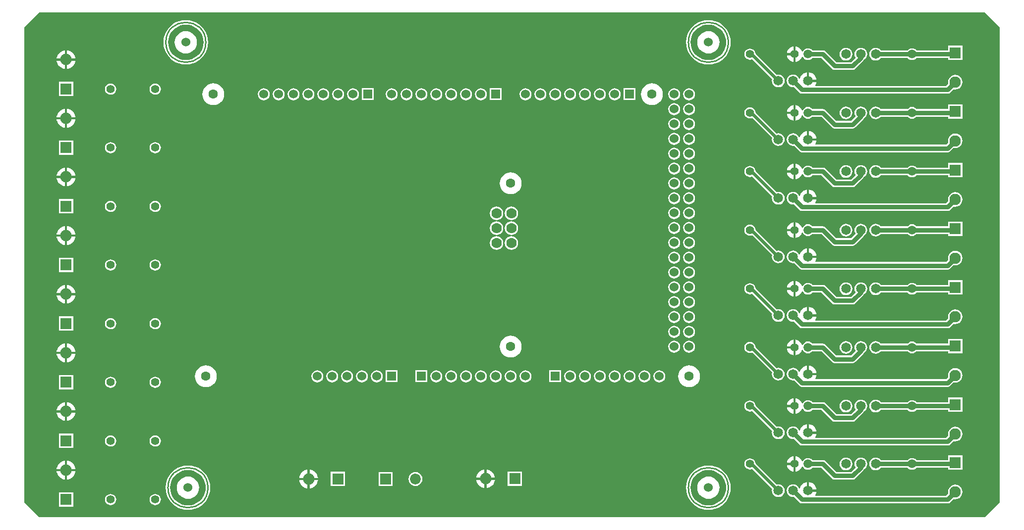
<source format=gbl>
%FSLAX25Y25*%
%MOIN*%
G70*
G01*
G75*
G04 Layer_Physical_Order=2*
G04 Layer_Color=16711680*
%ADD10C,0.01000*%
%ADD11C,0.03000*%
%ADD12C,0.02000*%
%ADD13C,0.06000*%
%ADD14R,0.07677X0.07677*%
%ADD15C,0.07677*%
%ADD16C,0.05906*%
%ADD17C,0.06500*%
%ADD18R,0.07677X0.07677*%
%ADD19R,0.06000X0.06000*%
%ADD20C,0.07000*%
%ADD21C,0.07284*%
%ADD22R,0.07284X0.07284*%
%ADD23C,0.05512*%
%ADD24C,0.06299*%
G36*
X656000Y330000D02*
Y10000D01*
X646000Y0D01*
X10000D01*
X0Y10000D01*
Y330000D01*
X10000Y340000D01*
X646000D01*
X656000Y330000D01*
D02*
G37*
%LPC*%
G36*
X327000Y122335D02*
X325569Y122194D01*
X324193Y121776D01*
X322925Y121098D01*
X321814Y120186D01*
X320902Y119075D01*
X320224Y117807D01*
X319806Y116431D01*
X319666Y115000D01*
X319806Y113569D01*
X320224Y112193D01*
X320902Y110925D01*
X321814Y109814D01*
X322925Y108902D01*
X324193Y108224D01*
X325569Y107806D01*
X327000Y107666D01*
X328431Y107806D01*
X329807Y108224D01*
X331075Y108902D01*
X332186Y109814D01*
X333098Y110925D01*
X333776Y112193D01*
X334194Y113569D01*
X334334Y115000D01*
X334194Y116431D01*
X333776Y117807D01*
X333098Y119075D01*
X332186Y120186D01*
X331075Y121098D01*
X329807Y121776D01*
X328431Y122194D01*
X327000Y122335D01*
D02*
G37*
G36*
X517250Y113750D02*
X512797D01*
X512879Y113128D01*
X513409Y111849D01*
X514252Y110751D01*
X515349Y109909D01*
X516628Y109379D01*
X517250Y109298D01*
Y113750D01*
D02*
G37*
G36*
X552500Y118787D02*
X551391Y118641D01*
X550357Y118212D01*
X549469Y117531D01*
X548788Y116643D01*
X548359Y115610D01*
X548213Y114500D01*
X548359Y113391D01*
X548788Y112357D01*
X549469Y111469D01*
X550357Y110788D01*
X551391Y110359D01*
X552500Y110213D01*
X553610Y110359D01*
X554643Y110788D01*
X555531Y111469D01*
X556212Y112357D01*
X556641Y113391D01*
X556787Y114500D01*
X556641Y115610D01*
X556212Y116643D01*
X555531Y117531D01*
X554643Y118212D01*
X553610Y118641D01*
X552500Y118787D01*
D02*
G37*
G36*
X518750Y119702D02*
Y114500D01*
Y109298D01*
X519372Y109379D01*
X520651Y109909D01*
X521748Y110751D01*
X522591Y111849D01*
X522955Y112729D01*
X523455D01*
X523547Y112507D01*
X524181Y111681D01*
X525007Y111047D01*
X525968Y110649D01*
X527000Y110513D01*
X528032Y110649D01*
X528993Y111047D01*
X529819Y111681D01*
X530026Y111951D01*
X535944D01*
X543198Y104698D01*
X544025Y104145D01*
X545000Y103951D01*
X557000D01*
X557975Y104145D01*
X558802Y104698D01*
X558802Y104698D01*
X558802Y104698D01*
X564302Y110198D01*
X564753Y110872D01*
X565531Y111469D01*
X566212Y112357D01*
X566641Y113391D01*
X566787Y114500D01*
X566641Y115610D01*
X566212Y116643D01*
X565531Y117531D01*
X564643Y118212D01*
X563610Y118641D01*
X562500Y118787D01*
X561390Y118641D01*
X560357Y118212D01*
X559469Y117531D01*
X558788Y116643D01*
X558359Y115610D01*
X558213Y114500D01*
X558359Y113391D01*
X558788Y112357D01*
X558989Y112094D01*
X555944Y109049D01*
X546056D01*
X538802Y116302D01*
X537976Y116855D01*
X537000Y117049D01*
X530026D01*
X529819Y117319D01*
X528993Y117953D01*
X528032Y118351D01*
X527000Y118487D01*
X525968Y118351D01*
X525007Y117953D01*
X524181Y117319D01*
X523547Y116493D01*
X523455Y116271D01*
X522955D01*
X522591Y117151D01*
X521748Y118249D01*
X520651Y119091D01*
X519372Y119621D01*
X518750Y119702D01*
D02*
G37*
G36*
X526250Y102201D02*
X525499Y102102D01*
X524100Y101523D01*
X522899Y100601D01*
X521977Y99400D01*
X521438Y98098D01*
X520938D01*
X520712Y98643D01*
X520031Y99531D01*
X519143Y100212D01*
X518110Y100641D01*
X517000Y100787D01*
X515891Y100641D01*
X514857Y100212D01*
X513969Y99531D01*
X513288Y98643D01*
X512859Y97610D01*
X512713Y96500D01*
X512859Y95390D01*
X513288Y94357D01*
X513969Y93469D01*
X514857Y92788D01*
X515891Y92359D01*
X517000Y92213D01*
X517602Y92293D01*
X521198Y88698D01*
X522024Y88145D01*
X523000Y87951D01*
X620843D01*
X621818Y88145D01*
X622645Y88698D01*
X622645Y88698D01*
X622645Y88698D01*
X624873Y90926D01*
X626000Y90777D01*
X627263Y90943D01*
X628440Y91431D01*
X629451Y92207D01*
X630227Y93217D01*
X630714Y94394D01*
X630880Y95657D01*
X630714Y96921D01*
X630227Y98098D01*
X629451Y99108D01*
X628440Y99884D01*
X627263Y100372D01*
X626000Y100538D01*
X624737Y100372D01*
X623560Y99884D01*
X622549Y99108D01*
X621773Y98098D01*
X621286Y96921D01*
X621120Y95657D01*
X621268Y94530D01*
X619787Y93049D01*
X532165D01*
X531944Y93497D01*
X532023Y93600D01*
X532602Y94999D01*
X532701Y95750D01*
X527000D01*
Y96500D01*
X526250D01*
Y102201D01*
D02*
G37*
G36*
X27250Y110093D02*
X21705D01*
X21753Y109600D01*
X22116Y108405D01*
X22704Y107304D01*
X23496Y106339D01*
X24462Y105547D01*
X25563Y104958D01*
X26757Y104596D01*
X27250Y104547D01*
Y110093D01*
D02*
G37*
G36*
X34295D02*
X28750D01*
Y104547D01*
X29243Y104596D01*
X30437Y104958D01*
X31539Y105547D01*
X32504Y106339D01*
X33296Y107304D01*
X33885Y108405D01*
X34247Y109600D01*
X34295Y110093D01*
D02*
G37*
G36*
X517250Y119702D02*
X516628Y119621D01*
X515349Y119091D01*
X514252Y118249D01*
X513409Y117151D01*
X512879Y115872D01*
X512797Y115250D01*
X517250D01*
Y119702D01*
D02*
G37*
G36*
X630839Y120181D02*
X621161D01*
Y117049D01*
X600026D01*
X599819Y117319D01*
X598993Y117953D01*
X598032Y118351D01*
X597000Y118487D01*
X595968Y118351D01*
X595007Y117953D01*
X594181Y117319D01*
X593974Y117049D01*
X575901D01*
X575531Y117531D01*
X574643Y118212D01*
X573609Y118641D01*
X572500Y118787D01*
X571390Y118641D01*
X570357Y118212D01*
X569469Y117531D01*
X568788Y116643D01*
X568359Y115610D01*
X568213Y114500D01*
X568359Y113391D01*
X568788Y112357D01*
X569469Y111469D01*
X570357Y110788D01*
X571390Y110359D01*
X572500Y110213D01*
X573609Y110359D01*
X574643Y110788D01*
X575531Y111469D01*
X575901Y111951D01*
X593974D01*
X594181Y111681D01*
X595007Y111047D01*
X595968Y110649D01*
X597000Y110513D01*
X598032Y110649D01*
X598993Y111047D01*
X599819Y111681D01*
X600026Y111951D01*
X621161D01*
Y110504D01*
X630839D01*
Y120181D01*
D02*
G37*
G36*
X437000Y129034D02*
X435956Y128897D01*
X434983Y128494D01*
X434147Y127853D01*
X433506Y127017D01*
X433103Y126044D01*
X432966Y125000D01*
X433103Y123956D01*
X433506Y122983D01*
X434147Y122147D01*
X434983Y121506D01*
X435956Y121103D01*
X437000Y120966D01*
X438044Y121103D01*
X439017Y121506D01*
X439853Y122147D01*
X440494Y122983D01*
X440897Y123956D01*
X441035Y125000D01*
X440897Y126044D01*
X440494Y127017D01*
X439853Y127853D01*
X439017Y128494D01*
X438044Y128897D01*
X437000Y129034D01*
D02*
G37*
G36*
X28750Y117138D02*
Y111593D01*
X34295D01*
X34247Y112085D01*
X33885Y113280D01*
X33296Y114381D01*
X32504Y115346D01*
X31539Y116138D01*
X30437Y116727D01*
X29243Y117089D01*
X28750Y117138D01*
D02*
G37*
G36*
X437000Y119035D02*
X435956Y118897D01*
X434983Y118494D01*
X434147Y117853D01*
X433506Y117017D01*
X433103Y116044D01*
X432966Y115000D01*
X433103Y113956D01*
X433506Y112983D01*
X434147Y112147D01*
X434983Y111506D01*
X435956Y111103D01*
X437000Y110966D01*
X438044Y111103D01*
X439017Y111506D01*
X439853Y112147D01*
X440494Y112983D01*
X440897Y113956D01*
X441035Y115000D01*
X440897Y116044D01*
X440494Y117017D01*
X439853Y117853D01*
X439017Y118494D01*
X438044Y118897D01*
X437000Y119035D01*
D02*
G37*
G36*
X447000D02*
X445956Y118897D01*
X444983Y118494D01*
X444147Y117853D01*
X443506Y117017D01*
X443103Y116044D01*
X442966Y115000D01*
X443103Y113956D01*
X443506Y112983D01*
X444147Y112147D01*
X444983Y111506D01*
X445956Y111103D01*
X447000Y110966D01*
X448044Y111103D01*
X449017Y111506D01*
X449853Y112147D01*
X450494Y112983D01*
X450897Y113956D01*
X451034Y115000D01*
X450897Y116044D01*
X450494Y117017D01*
X449853Y117853D01*
X449017Y118494D01*
X448044Y118897D01*
X447000Y119035D01*
D02*
G37*
G36*
X27250Y117138D02*
X26757Y117089D01*
X25563Y116727D01*
X24462Y116138D01*
X23496Y115346D01*
X22704Y114381D01*
X22116Y113280D01*
X21753Y112085D01*
X21705Y111593D01*
X27250D01*
Y117138D01*
D02*
G37*
G36*
X527750Y102201D02*
Y97250D01*
X532701D01*
X532602Y98001D01*
X532023Y99400D01*
X531101Y100601D01*
X529900Y101523D01*
X528501Y102102D01*
X527750Y102201D01*
D02*
G37*
G36*
X377000Y99035D02*
X375956Y98897D01*
X374983Y98494D01*
X374147Y97853D01*
X373506Y97017D01*
X373103Y96044D01*
X372966Y95000D01*
X373103Y93956D01*
X373506Y92983D01*
X374147Y92147D01*
X374983Y91506D01*
X375956Y91103D01*
X377000Y90965D01*
X378044Y91103D01*
X379017Y91506D01*
X379853Y92147D01*
X380494Y92983D01*
X380897Y93956D01*
X381034Y95000D01*
X380897Y96044D01*
X380494Y97017D01*
X379853Y97853D01*
X379017Y98494D01*
X378044Y98897D01*
X377000Y99035D01*
D02*
G37*
G36*
X387000D02*
X385956Y98897D01*
X384983Y98494D01*
X384147Y97853D01*
X383506Y97017D01*
X383103Y96044D01*
X382965Y95000D01*
X383103Y93956D01*
X383506Y92983D01*
X384147Y92147D01*
X384983Y91506D01*
X385956Y91103D01*
X387000Y90965D01*
X388044Y91103D01*
X389017Y91506D01*
X389853Y92147D01*
X390494Y92983D01*
X390897Y93956D01*
X391035Y95000D01*
X390897Y96044D01*
X390494Y97017D01*
X389853Y97853D01*
X389017Y98494D01*
X388044Y98897D01*
X387000Y99035D01*
D02*
G37*
G36*
X397000D02*
X395956Y98897D01*
X394983Y98494D01*
X394147Y97853D01*
X393506Y97017D01*
X393103Y96044D01*
X392966Y95000D01*
X393103Y93956D01*
X393506Y92983D01*
X394147Y92147D01*
X394983Y91506D01*
X395956Y91103D01*
X397000Y90965D01*
X398044Y91103D01*
X399017Y91506D01*
X399853Y92147D01*
X400494Y92983D01*
X400897Y93956D01*
X401034Y95000D01*
X400897Y96044D01*
X400494Y97017D01*
X399853Y97853D01*
X399017Y98494D01*
X398044Y98897D01*
X397000Y99035D01*
D02*
G37*
G36*
X367000D02*
X365956Y98897D01*
X364983Y98494D01*
X364147Y97853D01*
X363506Y97017D01*
X363103Y96044D01*
X362965Y95000D01*
X363103Y93956D01*
X363506Y92983D01*
X364147Y92147D01*
X364983Y91506D01*
X365956Y91103D01*
X367000Y90965D01*
X368044Y91103D01*
X369017Y91506D01*
X369853Y92147D01*
X370494Y92983D01*
X370897Y93956D01*
X371035Y95000D01*
X370897Y96044D01*
X370494Y97017D01*
X369853Y97853D01*
X369017Y98494D01*
X368044Y98897D01*
X367000Y99035D01*
D02*
G37*
G36*
X317000D02*
X315956Y98897D01*
X314983Y98494D01*
X314147Y97853D01*
X313506Y97017D01*
X313103Y96044D01*
X312965Y95000D01*
X313103Y93956D01*
X313506Y92983D01*
X314147Y92147D01*
X314983Y91506D01*
X315956Y91103D01*
X317000Y90965D01*
X318044Y91103D01*
X319017Y91506D01*
X319853Y92147D01*
X320494Y92983D01*
X320897Y93956D01*
X321035Y95000D01*
X320897Y96044D01*
X320494Y97017D01*
X319853Y97853D01*
X319017Y98494D01*
X318044Y98897D01*
X317000Y99035D01*
D02*
G37*
G36*
X327000D02*
X325956Y98897D01*
X324983Y98494D01*
X324147Y97853D01*
X323506Y97017D01*
X323103Y96044D01*
X322966Y95000D01*
X323103Y93956D01*
X323506Y92983D01*
X324147Y92147D01*
X324983Y91506D01*
X325956Y91103D01*
X327000Y90965D01*
X328044Y91103D01*
X329017Y91506D01*
X329853Y92147D01*
X330494Y92983D01*
X330897Y93956D01*
X331034Y95000D01*
X330897Y96044D01*
X330494Y97017D01*
X329853Y97853D01*
X329017Y98494D01*
X328044Y98897D01*
X327000Y99035D01*
D02*
G37*
G36*
X337000D02*
X335956Y98897D01*
X334983Y98494D01*
X334147Y97853D01*
X333506Y97017D01*
X333103Y96044D01*
X332965Y95000D01*
X333103Y93956D01*
X333506Y92983D01*
X334147Y92147D01*
X334983Y91506D01*
X335956Y91103D01*
X337000Y90965D01*
X338044Y91103D01*
X339017Y91506D01*
X339853Y92147D01*
X340494Y92983D01*
X340897Y93956D01*
X341035Y95000D01*
X340897Y96044D01*
X340494Y97017D01*
X339853Y97853D01*
X339017Y98494D01*
X338044Y98897D01*
X337000Y99035D01*
D02*
G37*
G36*
X271000Y99000D02*
X263000D01*
Y91000D01*
X271000D01*
Y99000D01*
D02*
G37*
G36*
X361000D02*
X353000D01*
Y91000D01*
X361000D01*
Y99000D01*
D02*
G37*
G36*
X488000Y118288D02*
X487019Y118159D01*
X486106Y117781D01*
X485321Y117179D01*
X484719Y116394D01*
X484341Y115480D01*
X484212Y114500D01*
X484341Y113520D01*
X484719Y112606D01*
X485321Y111821D01*
X486106Y111219D01*
X487019Y110841D01*
X488000Y110712D01*
X488980Y110841D01*
X489543Y111074D01*
X502903Y97714D01*
X502859Y97610D01*
X502713Y96500D01*
X502859Y95390D01*
X503288Y94357D01*
X503969Y93469D01*
X504857Y92788D01*
X505891Y92359D01*
X507000Y92213D01*
X508110Y92359D01*
X509143Y92788D01*
X510031Y93469D01*
X510712Y94357D01*
X511141Y95390D01*
X511287Y96500D01*
X511141Y97610D01*
X510712Y98643D01*
X510031Y99531D01*
X509143Y100212D01*
X508110Y100641D01*
X507000Y100787D01*
X505891Y100641D01*
X505786Y100598D01*
X491774Y114610D01*
X491659Y115480D01*
X491281Y116394D01*
X490679Y117179D01*
X489894Y117781D01*
X488980Y118159D01*
X488000Y118288D01*
D02*
G37*
G36*
X251000Y99000D02*
X243000D01*
Y91000D01*
X251000D01*
Y99000D01*
D02*
G37*
G36*
X407000Y99035D02*
X405956Y98897D01*
X404983Y98494D01*
X404147Y97853D01*
X403506Y97017D01*
X403103Y96044D01*
X402965Y95000D01*
X403103Y93956D01*
X403506Y92983D01*
X404147Y92147D01*
X404983Y91506D01*
X405956Y91103D01*
X407000Y90965D01*
X408044Y91103D01*
X409017Y91506D01*
X409853Y92147D01*
X410494Y92983D01*
X410897Y93956D01*
X411034Y95000D01*
X410897Y96044D01*
X410494Y97017D01*
X409853Y97853D01*
X409017Y98494D01*
X408044Y98897D01*
X407000Y99035D01*
D02*
G37*
G36*
X417000D02*
X415956Y98897D01*
X414983Y98494D01*
X414147Y97853D01*
X413506Y97017D01*
X413103Y96044D01*
X412965Y95000D01*
X413103Y93956D01*
X413506Y92983D01*
X414147Y92147D01*
X414983Y91506D01*
X415956Y91103D01*
X417000Y90965D01*
X418044Y91103D01*
X419017Y91506D01*
X419853Y92147D01*
X420494Y92983D01*
X420897Y93956D01*
X421034Y95000D01*
X420897Y96044D01*
X420494Y97017D01*
X419853Y97853D01*
X419017Y98494D01*
X418044Y98897D01*
X417000Y99035D01*
D02*
G37*
G36*
X427000D02*
X425956Y98897D01*
X424983Y98494D01*
X424147Y97853D01*
X423506Y97017D01*
X423103Y96044D01*
X422965Y95000D01*
X423103Y93956D01*
X423506Y92983D01*
X424147Y92147D01*
X424983Y91506D01*
X425956Y91103D01*
X427000Y90965D01*
X428044Y91103D01*
X429017Y91506D01*
X429853Y92147D01*
X430494Y92983D01*
X430897Y93956D01*
X431035Y95000D01*
X430897Y96044D01*
X430494Y97017D01*
X429853Y97853D01*
X429017Y98494D01*
X428044Y98897D01*
X427000Y99035D01*
D02*
G37*
G36*
X28750Y156638D02*
Y151093D01*
X34295D01*
X34247Y151585D01*
X33885Y152780D01*
X33296Y153881D01*
X32504Y154846D01*
X31539Y155638D01*
X30437Y156227D01*
X29243Y156589D01*
X28750Y156638D01*
D02*
G37*
G36*
X517250Y159203D02*
X516628Y159121D01*
X515349Y158591D01*
X514252Y157749D01*
X513409Y156651D01*
X512879Y155372D01*
X512797Y154750D01*
X517250D01*
Y159203D01*
D02*
G37*
G36*
X630839Y159681D02*
X621161D01*
Y156549D01*
X600026D01*
X599819Y156819D01*
X598993Y157453D01*
X598032Y157851D01*
X597000Y157987D01*
X595968Y157851D01*
X595007Y157453D01*
X594181Y156819D01*
X593974Y156549D01*
X575901D01*
X575531Y157031D01*
X574643Y157712D01*
X573609Y158141D01*
X572500Y158287D01*
X571390Y158141D01*
X570357Y157712D01*
X569469Y157031D01*
X568788Y156143D01*
X568359Y155110D01*
X568213Y154000D01*
X568359Y152891D01*
X568788Y151857D01*
X569469Y150969D01*
X570357Y150288D01*
X571390Y149859D01*
X572500Y149713D01*
X573609Y149859D01*
X574643Y150288D01*
X575531Y150969D01*
X575901Y151451D01*
X593974D01*
X594181Y151181D01*
X595007Y150547D01*
X595968Y150149D01*
X597000Y150013D01*
X598032Y150149D01*
X598993Y150547D01*
X599819Y151181D01*
X600026Y151451D01*
X621161D01*
Y150004D01*
X630839D01*
Y159681D01*
D02*
G37*
G36*
X27250Y156638D02*
X26757Y156589D01*
X25563Y156227D01*
X24462Y155638D01*
X23496Y154846D01*
X22704Y153881D01*
X22116Y152780D01*
X21753Y151585D01*
X21705Y151093D01*
X27250D01*
Y156638D01*
D02*
G37*
G36*
X552500Y158287D02*
X551391Y158141D01*
X550357Y157712D01*
X549469Y157031D01*
X548788Y156143D01*
X548359Y155110D01*
X548213Y154000D01*
X548359Y152891D01*
X548788Y151857D01*
X549469Y150969D01*
X550357Y150288D01*
X551391Y149859D01*
X552500Y149713D01*
X553610Y149859D01*
X554643Y150288D01*
X555531Y150969D01*
X556212Y151857D01*
X556641Y152891D01*
X556787Y154000D01*
X556641Y155110D01*
X556212Y156143D01*
X555531Y157031D01*
X554643Y157712D01*
X553610Y158141D01*
X552500Y158287D01*
D02*
G37*
G36*
X437000Y159035D02*
X435956Y158897D01*
X434983Y158494D01*
X434147Y157853D01*
X433506Y157017D01*
X433103Y156044D01*
X432966Y155000D01*
X433103Y153956D01*
X433506Y152983D01*
X434147Y152147D01*
X434983Y151506D01*
X435956Y151103D01*
X437000Y150965D01*
X438044Y151103D01*
X439017Y151506D01*
X439853Y152147D01*
X440494Y152983D01*
X440897Y153956D01*
X441035Y155000D01*
X440897Y156044D01*
X440494Y157017D01*
X439853Y157853D01*
X439017Y158494D01*
X438044Y158897D01*
X437000Y159035D01*
D02*
G37*
G36*
X447000D02*
X445956Y158897D01*
X444983Y158494D01*
X444147Y157853D01*
X443506Y157017D01*
X443103Y156044D01*
X442966Y155000D01*
X443103Y153956D01*
X443506Y152983D01*
X444147Y152147D01*
X444983Y151506D01*
X445956Y151103D01*
X447000Y150965D01*
X448044Y151103D01*
X449017Y151506D01*
X449853Y152147D01*
X450494Y152983D01*
X450897Y153956D01*
X451034Y155000D01*
X450897Y156044D01*
X450494Y157017D01*
X449853Y157853D01*
X449017Y158494D01*
X448044Y158897D01*
X447000Y159035D01*
D02*
G37*
G36*
X88000Y173788D02*
X87019Y173659D01*
X86106Y173281D01*
X85321Y172679D01*
X84719Y171894D01*
X84341Y170981D01*
X84212Y170000D01*
X84341Y169019D01*
X84719Y168106D01*
X85321Y167321D01*
X86106Y166719D01*
X87019Y166341D01*
X88000Y166212D01*
X88981Y166341D01*
X89894Y166719D01*
X90679Y167321D01*
X91281Y168106D01*
X91659Y169019D01*
X91788Y170000D01*
X91659Y170981D01*
X91281Y171894D01*
X90679Y172679D01*
X89894Y173281D01*
X88981Y173659D01*
X88000Y173788D01*
D02*
G37*
G36*
X437000Y179034D02*
X435956Y178897D01*
X434983Y178494D01*
X434147Y177853D01*
X433506Y177017D01*
X433103Y176044D01*
X432966Y175000D01*
X433103Y173956D01*
X433506Y172983D01*
X434147Y172147D01*
X434983Y171506D01*
X435956Y171103D01*
X437000Y170966D01*
X438044Y171103D01*
X439017Y171506D01*
X439853Y172147D01*
X440494Y172983D01*
X440897Y173956D01*
X441035Y175000D01*
X440897Y176044D01*
X440494Y177017D01*
X439853Y177853D01*
X439017Y178494D01*
X438044Y178897D01*
X437000Y179034D01*
D02*
G37*
G36*
X447000D02*
X445956Y178897D01*
X444983Y178494D01*
X444147Y177853D01*
X443506Y177017D01*
X443103Y176044D01*
X442966Y175000D01*
X443103Y173956D01*
X443506Y172983D01*
X444147Y172147D01*
X444983Y171506D01*
X445956Y171103D01*
X447000Y170966D01*
X448044Y171103D01*
X449017Y171506D01*
X449853Y172147D01*
X450494Y172983D01*
X450897Y173956D01*
X451034Y175000D01*
X450897Y176044D01*
X450494Y177017D01*
X449853Y177853D01*
X449017Y178494D01*
X448044Y178897D01*
X447000Y179034D01*
D02*
G37*
G36*
X58000Y173788D02*
X57020Y173659D01*
X56106Y173281D01*
X55321Y172679D01*
X54719Y171894D01*
X54341Y170981D01*
X54212Y170000D01*
X54341Y169019D01*
X54719Y168106D01*
X55321Y167321D01*
X56106Y166719D01*
X57020Y166341D01*
X58000Y166212D01*
X58981Y166341D01*
X59894Y166719D01*
X60679Y167321D01*
X61281Y168106D01*
X61659Y169019D01*
X61788Y170000D01*
X61659Y170981D01*
X61281Y171894D01*
X60679Y172679D01*
X59894Y173281D01*
X58981Y173659D01*
X58000Y173788D01*
D02*
G37*
G36*
X437000Y169035D02*
X435956Y168897D01*
X434983Y168494D01*
X434147Y167853D01*
X433506Y167017D01*
X433103Y166044D01*
X432966Y165000D01*
X433103Y163956D01*
X433506Y162983D01*
X434147Y162147D01*
X434983Y161506D01*
X435956Y161103D01*
X437000Y160966D01*
X438044Y161103D01*
X439017Y161506D01*
X439853Y162147D01*
X440494Y162983D01*
X440897Y163956D01*
X441035Y165000D01*
X440897Y166044D01*
X440494Y167017D01*
X439853Y167853D01*
X439017Y168494D01*
X438044Y168897D01*
X437000Y169035D01*
D02*
G37*
G36*
X447000D02*
X445956Y168897D01*
X444983Y168494D01*
X444147Y167853D01*
X443506Y167017D01*
X443103Y166044D01*
X442966Y165000D01*
X443103Y163956D01*
X443506Y162983D01*
X444147Y162147D01*
X444983Y161506D01*
X445956Y161103D01*
X447000Y160966D01*
X448044Y161103D01*
X449017Y161506D01*
X449853Y162147D01*
X450494Y162983D01*
X450897Y163956D01*
X451034Y165000D01*
X450897Y166044D01*
X450494Y167017D01*
X449853Y167853D01*
X449017Y168494D01*
X448044Y168897D01*
X447000Y169035D01*
D02*
G37*
G36*
X32839Y174996D02*
X23162D01*
Y165319D01*
X32839D01*
Y174996D01*
D02*
G37*
G36*
X517250Y153250D02*
X512797D01*
X512879Y152628D01*
X513409Y151349D01*
X514252Y150251D01*
X515349Y149409D01*
X516628Y148879D01*
X517250Y148798D01*
Y153250D01*
D02*
G37*
G36*
X437000Y139034D02*
X435956Y138897D01*
X434983Y138494D01*
X434147Y137853D01*
X433506Y137017D01*
X433103Y136044D01*
X432966Y135000D01*
X433103Y133956D01*
X433506Y132983D01*
X434147Y132147D01*
X434983Y131506D01*
X435956Y131103D01*
X437000Y130965D01*
X438044Y131103D01*
X439017Y131506D01*
X439853Y132147D01*
X440494Y132983D01*
X440897Y133956D01*
X441035Y135000D01*
X440897Y136044D01*
X440494Y137017D01*
X439853Y137853D01*
X439017Y138494D01*
X438044Y138897D01*
X437000Y139034D01*
D02*
G37*
G36*
X447000D02*
X445956Y138897D01*
X444983Y138494D01*
X444147Y137853D01*
X443506Y137017D01*
X443103Y136044D01*
X442966Y135000D01*
X443103Y133956D01*
X443506Y132983D01*
X444147Y132147D01*
X444983Y131506D01*
X445956Y131103D01*
X447000Y130965D01*
X448044Y131103D01*
X449017Y131506D01*
X449853Y132147D01*
X450494Y132983D01*
X450897Y133956D01*
X451034Y135000D01*
X450897Y136044D01*
X450494Y137017D01*
X449853Y137853D01*
X449017Y138494D01*
X448044Y138897D01*
X447000Y139034D01*
D02*
G37*
G36*
X488000Y157788D02*
X487019Y157659D01*
X486106Y157281D01*
X485321Y156679D01*
X484719Y155894D01*
X484341Y154981D01*
X484212Y154000D01*
X484341Y153019D01*
X484719Y152106D01*
X485321Y151321D01*
X486106Y150719D01*
X487019Y150341D01*
X488000Y150212D01*
X488980Y150341D01*
X489543Y150574D01*
X502903Y137214D01*
X502859Y137109D01*
X502713Y136000D01*
X502859Y134890D01*
X503288Y133857D01*
X503969Y132969D01*
X504857Y132288D01*
X505891Y131859D01*
X507000Y131713D01*
X508110Y131859D01*
X509143Y132288D01*
X510031Y132969D01*
X510712Y133857D01*
X511141Y134890D01*
X511287Y136000D01*
X511141Y137109D01*
X510712Y138143D01*
X510031Y139031D01*
X509143Y139712D01*
X508110Y140141D01*
X507000Y140287D01*
X505891Y140141D01*
X505786Y140097D01*
X491774Y154110D01*
X491659Y154981D01*
X491281Y155894D01*
X490679Y156679D01*
X489894Y157281D01*
X488980Y157659D01*
X488000Y157788D01*
D02*
G37*
G36*
X88000Y134288D02*
X87019Y134159D01*
X86106Y133781D01*
X85321Y133179D01*
X84719Y132394D01*
X84341Y131481D01*
X84212Y130500D01*
X84341Y129519D01*
X84719Y128606D01*
X85321Y127821D01*
X86106Y127219D01*
X87019Y126841D01*
X88000Y126712D01*
X88981Y126841D01*
X89894Y127219D01*
X90679Y127821D01*
X91281Y128606D01*
X91659Y129519D01*
X91788Y130500D01*
X91659Y131481D01*
X91281Y132394D01*
X90679Y133179D01*
X89894Y133781D01*
X88981Y134159D01*
X88000Y134288D01*
D02*
G37*
G36*
X447000Y129034D02*
X445956Y128897D01*
X444983Y128494D01*
X444147Y127853D01*
X443506Y127017D01*
X443103Y126044D01*
X442966Y125000D01*
X443103Y123956D01*
X443506Y122983D01*
X444147Y122147D01*
X444983Y121506D01*
X445956Y121103D01*
X447000Y120966D01*
X448044Y121103D01*
X449017Y121506D01*
X449853Y122147D01*
X450494Y122983D01*
X450897Y123956D01*
X451034Y125000D01*
X450897Y126044D01*
X450494Y127017D01*
X449853Y127853D01*
X449017Y128494D01*
X448044Y128897D01*
X447000Y129034D01*
D02*
G37*
G36*
X32839Y135496D02*
X23162D01*
Y125819D01*
X32839D01*
Y135496D01*
D02*
G37*
G36*
X58000Y134288D02*
X57020Y134159D01*
X56106Y133781D01*
X55321Y133179D01*
X54719Y132394D01*
X54341Y131481D01*
X54212Y130500D01*
X54341Y129519D01*
X54719Y128606D01*
X55321Y127821D01*
X56106Y127219D01*
X57020Y126841D01*
X58000Y126712D01*
X58981Y126841D01*
X59894Y127219D01*
X60679Y127821D01*
X61281Y128606D01*
X61659Y129519D01*
X61788Y130500D01*
X61659Y131481D01*
X61281Y132394D01*
X60679Y133179D01*
X59894Y133781D01*
X58981Y134159D01*
X58000Y134288D01*
D02*
G37*
G36*
X518750Y159203D02*
Y154000D01*
Y148798D01*
X519372Y148879D01*
X520651Y149409D01*
X521748Y150251D01*
X522591Y151349D01*
X522955Y152229D01*
X523455D01*
X523547Y152007D01*
X524181Y151181D01*
X525007Y150547D01*
X525968Y150149D01*
X527000Y150013D01*
X528032Y150149D01*
X528993Y150547D01*
X529819Y151181D01*
X530026Y151451D01*
X535944D01*
X543198Y144198D01*
X544025Y143645D01*
X545000Y143451D01*
X557000D01*
X557975Y143645D01*
X558802Y144198D01*
X564302Y149698D01*
X564753Y150372D01*
X565531Y150969D01*
X566212Y151857D01*
X566641Y152891D01*
X566787Y154000D01*
X566641Y155110D01*
X566212Y156143D01*
X565531Y157031D01*
X564643Y157712D01*
X563610Y158141D01*
X562500Y158287D01*
X561390Y158141D01*
X560357Y157712D01*
X559469Y157031D01*
X558788Y156143D01*
X558359Y155110D01*
X558213Y154000D01*
X558359Y152891D01*
X558788Y151857D01*
X558989Y151594D01*
X555944Y148549D01*
X546056D01*
X538802Y155802D01*
X537976Y156355D01*
X537000Y156549D01*
X530026D01*
X529819Y156819D01*
X528993Y157453D01*
X528032Y157851D01*
X527000Y157987D01*
X525968Y157851D01*
X525007Y157453D01*
X524181Y156819D01*
X523547Y155993D01*
X523455Y155771D01*
X522955D01*
X522591Y156651D01*
X521748Y157749D01*
X520651Y158591D01*
X519372Y159121D01*
X518750Y159203D01*
D02*
G37*
G36*
X27250Y149593D02*
X21705D01*
X21753Y149100D01*
X22116Y147905D01*
X22704Y146804D01*
X23496Y145839D01*
X24462Y145047D01*
X25563Y144458D01*
X26757Y144096D01*
X27250Y144047D01*
Y149593D01*
D02*
G37*
G36*
X34295D02*
X28750D01*
Y144047D01*
X29243Y144096D01*
X30437Y144458D01*
X31539Y145047D01*
X32504Y145839D01*
X33296Y146804D01*
X33885Y147905D01*
X34247Y149100D01*
X34295Y149593D01*
D02*
G37*
G36*
X447000Y149035D02*
X445956Y148897D01*
X444983Y148494D01*
X444147Y147853D01*
X443506Y147017D01*
X443103Y146044D01*
X442966Y145000D01*
X443103Y143956D01*
X443506Y142983D01*
X444147Y142147D01*
X444983Y141506D01*
X445956Y141103D01*
X447000Y140965D01*
X448044Y141103D01*
X449017Y141506D01*
X449853Y142147D01*
X450494Y142983D01*
X450897Y143956D01*
X451034Y145000D01*
X450897Y146044D01*
X450494Y147017D01*
X449853Y147853D01*
X449017Y148494D01*
X448044Y148897D01*
X447000Y149035D01*
D02*
G37*
G36*
X527750Y141701D02*
Y136750D01*
X532701D01*
X532602Y137501D01*
X532023Y138900D01*
X531101Y140101D01*
X529900Y141023D01*
X528501Y141602D01*
X527750Y141701D01*
D02*
G37*
G36*
X526250D02*
X525499Y141602D01*
X524100Y141023D01*
X522899Y140101D01*
X521977Y138900D01*
X521438Y137598D01*
X520938D01*
X520712Y138143D01*
X520031Y139031D01*
X519143Y139712D01*
X518110Y140141D01*
X517000Y140287D01*
X515891Y140141D01*
X514857Y139712D01*
X513969Y139031D01*
X513288Y138143D01*
X512859Y137109D01*
X512713Y136000D01*
X512859Y134890D01*
X513288Y133857D01*
X513969Y132969D01*
X514857Y132288D01*
X515891Y131859D01*
X517000Y131713D01*
X517602Y131793D01*
X521198Y128198D01*
X522024Y127645D01*
X523000Y127451D01*
X620843D01*
X621818Y127645D01*
X622645Y128198D01*
X622645Y128198D01*
X622645Y128198D01*
X624873Y130426D01*
X626000Y130277D01*
X627263Y130443D01*
X628440Y130931D01*
X629451Y131707D01*
X630227Y132717D01*
X630714Y133894D01*
X630880Y135158D01*
X630714Y136421D01*
X630227Y137598D01*
X629451Y138608D01*
X628440Y139384D01*
X627263Y139872D01*
X626000Y140038D01*
X624737Y139872D01*
X623560Y139384D01*
X622549Y138608D01*
X621773Y137598D01*
X621286Y136421D01*
X621120Y135158D01*
X621268Y134030D01*
X619787Y132549D01*
X532165D01*
X531944Y132997D01*
X532023Y133100D01*
X532602Y134499D01*
X532701Y135250D01*
X527000D01*
Y136000D01*
X526250D01*
Y141701D01*
D02*
G37*
G36*
X437000Y149035D02*
X435956Y148897D01*
X434983Y148494D01*
X434147Y147853D01*
X433506Y147017D01*
X433103Y146044D01*
X432966Y145000D01*
X433103Y143956D01*
X433506Y142983D01*
X434147Y142147D01*
X434983Y141506D01*
X435956Y141103D01*
X437000Y140965D01*
X438044Y141103D01*
X439017Y141506D01*
X439853Y142147D01*
X440494Y142983D01*
X440897Y143956D01*
X441035Y145000D01*
X440897Y146044D01*
X440494Y147017D01*
X439853Y147853D01*
X439017Y148494D01*
X438044Y148897D01*
X437000Y149035D01*
D02*
G37*
G36*
X190408Y32138D02*
X189915Y32089D01*
X188720Y31727D01*
X187619Y31138D01*
X186654Y30346D01*
X185862Y29381D01*
X185273Y28280D01*
X184911Y27085D01*
X184862Y26593D01*
X190408D01*
Y32138D01*
D02*
G37*
G36*
X191908D02*
Y26593D01*
X197453D01*
X197404Y27085D01*
X197042Y28280D01*
X196453Y29381D01*
X195661Y30346D01*
X194696Y31138D01*
X193595Y31727D01*
X192400Y32089D01*
X191908Y32138D01*
D02*
G37*
G36*
X309407Y32295D02*
X308915Y32247D01*
X307720Y31884D01*
X306619Y31296D01*
X305654Y30504D01*
X304862Y29539D01*
X304273Y28437D01*
X303911Y27243D01*
X303862Y26750D01*
X309407D01*
Y32295D01*
D02*
G37*
G36*
X518750Y41203D02*
Y36000D01*
Y30797D01*
X519372Y30879D01*
X520651Y31409D01*
X521748Y32251D01*
X522591Y33349D01*
X522955Y34229D01*
X523455D01*
X523547Y34007D01*
X524181Y33181D01*
X525007Y32547D01*
X525968Y32149D01*
X527000Y32013D01*
X528032Y32149D01*
X528993Y32547D01*
X529819Y33181D01*
X530026Y33451D01*
X535944D01*
X543198Y26198D01*
X544025Y25645D01*
X545000Y25451D01*
X557000D01*
X557975Y25645D01*
X558802Y26198D01*
X558802Y26198D01*
X558802Y26198D01*
X564302Y31698D01*
X564753Y32372D01*
X565531Y32969D01*
X566212Y33857D01*
X566641Y34890D01*
X566787Y36000D01*
X566641Y37110D01*
X566212Y38143D01*
X565531Y39031D01*
X564643Y39712D01*
X563610Y40141D01*
X562500Y40287D01*
X561390Y40141D01*
X560357Y39712D01*
X559469Y39031D01*
X558788Y38143D01*
X558359Y37110D01*
X558213Y36000D01*
X558359Y34890D01*
X558788Y33857D01*
X558989Y33594D01*
X555944Y30549D01*
X546056D01*
X538802Y37802D01*
X537976Y38355D01*
X537000Y38549D01*
X530026D01*
X529819Y38819D01*
X528993Y39453D01*
X528032Y39851D01*
X527000Y39987D01*
X525968Y39851D01*
X525007Y39453D01*
X524181Y38819D01*
X523547Y37993D01*
X523455Y37771D01*
X522955D01*
X522591Y38651D01*
X521748Y39749D01*
X520651Y40591D01*
X519372Y41121D01*
X518750Y41203D01*
D02*
G37*
G36*
X247642Y30484D02*
X238358D01*
Y21201D01*
X247642D01*
Y30484D01*
D02*
G37*
G36*
X27250Y31093D02*
X21705D01*
X21753Y30600D01*
X22116Y29405D01*
X22704Y28304D01*
X23496Y27339D01*
X24462Y26547D01*
X25563Y25958D01*
X26757Y25596D01*
X27250Y25547D01*
Y31093D01*
D02*
G37*
G36*
X34295D02*
X28750D01*
Y25547D01*
X29243Y25596D01*
X30437Y25958D01*
X31539Y26547D01*
X32504Y27339D01*
X33296Y28304D01*
X33885Y29405D01*
X34247Y30600D01*
X34295Y31093D01*
D02*
G37*
G36*
X28750Y38138D02*
Y32593D01*
X34295D01*
X34247Y33085D01*
X33885Y34280D01*
X33296Y35381D01*
X32504Y36346D01*
X31539Y37138D01*
X30437Y37727D01*
X29243Y38089D01*
X28750Y38138D01*
D02*
G37*
G36*
X517250Y41203D02*
X516628Y41121D01*
X515349Y40591D01*
X514252Y39749D01*
X513409Y38651D01*
X512879Y37372D01*
X512797Y36750D01*
X517250D01*
Y41203D01*
D02*
G37*
G36*
X630839Y41681D02*
X621161D01*
Y38549D01*
X600026D01*
X599819Y38819D01*
X598993Y39453D01*
X598032Y39851D01*
X597000Y39987D01*
X595968Y39851D01*
X595007Y39453D01*
X594181Y38819D01*
X593974Y38549D01*
X575901D01*
X575531Y39031D01*
X574643Y39712D01*
X573609Y40141D01*
X572500Y40287D01*
X571390Y40141D01*
X570357Y39712D01*
X569469Y39031D01*
X568788Y38143D01*
X568359Y37110D01*
X568213Y36000D01*
X568359Y34890D01*
X568788Y33857D01*
X569469Y32969D01*
X570357Y32288D01*
X571390Y31859D01*
X572500Y31713D01*
X573609Y31859D01*
X574643Y32288D01*
X575531Y32969D01*
X575901Y33451D01*
X593974D01*
X594181Y33181D01*
X595007Y32547D01*
X595968Y32149D01*
X597000Y32013D01*
X598032Y32149D01*
X598993Y32547D01*
X599819Y33181D01*
X600026Y33451D01*
X621161D01*
Y32004D01*
X630839D01*
Y41681D01*
D02*
G37*
G36*
X27250Y38138D02*
X26757Y38089D01*
X25563Y37727D01*
X24462Y37138D01*
X23496Y36346D01*
X22704Y35381D01*
X22116Y34280D01*
X21753Y33085D01*
X21705Y32593D01*
X27250D01*
Y38138D01*
D02*
G37*
G36*
X310908Y32295D02*
Y26750D01*
X316453D01*
X316404Y27243D01*
X316042Y28437D01*
X315453Y29539D01*
X314661Y30504D01*
X313696Y31296D01*
X312595Y31884D01*
X311400Y32247D01*
X310908Y32295D01*
D02*
G37*
G36*
X517250Y35250D02*
X512797D01*
X512879Y34628D01*
X513409Y33349D01*
X514252Y32251D01*
X515349Y31409D01*
X516628Y30879D01*
X517250Y30797D01*
Y35250D01*
D02*
G37*
G36*
X552500Y40287D02*
X551391Y40141D01*
X550357Y39712D01*
X549469Y39031D01*
X548788Y38143D01*
X548359Y37110D01*
X548213Y36000D01*
X548359Y34890D01*
X548788Y33857D01*
X549469Y32969D01*
X550357Y32288D01*
X551391Y31859D01*
X552500Y31713D01*
X553610Y31859D01*
X554643Y32288D01*
X555531Y32969D01*
X556212Y33857D01*
X556641Y34890D01*
X556787Y36000D01*
X556641Y37110D01*
X556212Y38143D01*
X555531Y39031D01*
X554643Y39712D01*
X553610Y40141D01*
X552500Y40287D01*
D02*
G37*
G36*
X334681Y30839D02*
X325004D01*
Y21161D01*
X334681D01*
Y30839D01*
D02*
G37*
G36*
X88000Y15788D02*
X87019Y15659D01*
X86106Y15281D01*
X85321Y14679D01*
X84719Y13894D01*
X84341Y12980D01*
X84212Y12000D01*
X84341Y11020D01*
X84719Y10106D01*
X85321Y9321D01*
X86106Y8719D01*
X87019Y8341D01*
X88000Y8212D01*
X88981Y8341D01*
X89894Y8719D01*
X90679Y9321D01*
X91281Y10106D01*
X91659Y11020D01*
X91788Y12000D01*
X91659Y12980D01*
X91281Y13894D01*
X90679Y14679D01*
X89894Y15281D01*
X88981Y15659D01*
X88000Y15788D01*
D02*
G37*
G36*
X488000Y39788D02*
X487019Y39659D01*
X486106Y39281D01*
X485321Y38679D01*
X484719Y37894D01*
X484341Y36981D01*
X484212Y36000D01*
X484341Y35019D01*
X484719Y34106D01*
X485321Y33321D01*
X486106Y32719D01*
X487019Y32341D01*
X488000Y32212D01*
X488980Y32341D01*
X489543Y32574D01*
X502903Y19214D01*
X502859Y19109D01*
X502713Y18000D01*
X502859Y16891D01*
X503288Y15857D01*
X503969Y14969D01*
X504857Y14288D01*
X505891Y13859D01*
X507000Y13713D01*
X508110Y13859D01*
X509143Y14288D01*
X510031Y14969D01*
X510712Y15857D01*
X511141Y16891D01*
X511287Y18000D01*
X511141Y19109D01*
X510712Y20143D01*
X510031Y21031D01*
X509143Y21712D01*
X508110Y22141D01*
X507000Y22287D01*
X505891Y22141D01*
X505786Y22097D01*
X491774Y36110D01*
X491659Y36981D01*
X491281Y37894D01*
X490679Y38679D01*
X489894Y39281D01*
X488980Y39659D01*
X488000Y39788D01*
D02*
G37*
G36*
X527750Y23701D02*
Y18750D01*
X532701D01*
X532602Y19501D01*
X532023Y20900D01*
X531101Y22101D01*
X529900Y23023D01*
X528501Y23602D01*
X527750Y23701D01*
D02*
G37*
G36*
X58000Y15788D02*
X57020Y15659D01*
X56106Y15281D01*
X55321Y14679D01*
X54719Y13894D01*
X54341Y12980D01*
X54212Y12000D01*
X54341Y11020D01*
X54719Y10106D01*
X55321Y9321D01*
X56106Y8719D01*
X57020Y8341D01*
X58000Y8212D01*
X58981Y8341D01*
X59894Y8719D01*
X60679Y9321D01*
X61281Y10106D01*
X61659Y11020D01*
X61788Y12000D01*
X61659Y12980D01*
X61281Y13894D01*
X60679Y14679D01*
X59894Y15281D01*
X58981Y15659D01*
X58000Y15788D01*
D02*
G37*
G36*
X110000Y34988D02*
X107655Y34804D01*
X105368Y34255D01*
X103196Y33354D01*
X101190Y32126D01*
X99402Y30598D01*
X97874Y28810D01*
X96645Y26805D01*
X95745Y24632D01*
X95196Y22345D01*
X95012Y20000D01*
X95196Y17655D01*
X95745Y15368D01*
X96645Y13195D01*
X97874Y11190D01*
X99402Y9402D01*
X101190Y7874D01*
X103196Y6645D01*
X105368Y5745D01*
X107655Y5196D01*
X110000Y5012D01*
X112345Y5196D01*
X114632Y5745D01*
X116805Y6645D01*
X118810Y7874D01*
X120598Y9402D01*
X122126Y11190D01*
X123354Y13195D01*
X124255Y15368D01*
X124804Y17655D01*
X124988Y20000D01*
X124804Y22345D01*
X124255Y24632D01*
X123354Y26805D01*
X122126Y28810D01*
X120598Y30598D01*
X118810Y32126D01*
X116805Y33354D01*
X114632Y34255D01*
X112345Y34804D01*
X110000Y34988D01*
D02*
G37*
G36*
X460000D02*
X457655Y34804D01*
X455368Y34255D01*
X453195Y33354D01*
X451190Y32126D01*
X449402Y30598D01*
X447874Y28810D01*
X446645Y26805D01*
X445746Y24632D01*
X445196Y22345D01*
X445012Y20000D01*
X445196Y17655D01*
X445746Y15368D01*
X446645Y13195D01*
X447874Y11190D01*
X449402Y9402D01*
X451190Y7874D01*
X453195Y6645D01*
X455368Y5745D01*
X457655Y5196D01*
X460000Y5012D01*
X462345Y5196D01*
X464632Y5745D01*
X466805Y6645D01*
X468810Y7874D01*
X470598Y9402D01*
X472126Y11190D01*
X473354Y13195D01*
X474255Y15368D01*
X474804Y17655D01*
X474988Y20000D01*
X474804Y22345D01*
X474255Y24632D01*
X473354Y26805D01*
X472126Y28810D01*
X470598Y30598D01*
X468810Y32126D01*
X466805Y33354D01*
X464632Y34255D01*
X462345Y34804D01*
X460000Y34988D01*
D02*
G37*
G36*
X32839Y16996D02*
X23162D01*
Y7319D01*
X32839D01*
Y16996D01*
D02*
G37*
G36*
X316453Y25250D02*
X310908D01*
Y19705D01*
X311400Y19753D01*
X312595Y20116D01*
X313696Y20704D01*
X314661Y21496D01*
X315453Y22461D01*
X316042Y23563D01*
X316404Y24757D01*
X316453Y25250D01*
D02*
G37*
G36*
X215681Y30681D02*
X206004D01*
Y21004D01*
X215681D01*
Y30681D01*
D02*
G37*
G36*
X263000Y30524D02*
X261788Y30365D01*
X260659Y29897D01*
X259689Y29153D01*
X258945Y28183D01*
X258478Y27054D01*
X258318Y25843D01*
X258478Y24631D01*
X258945Y23502D01*
X259689Y22532D01*
X260659Y21788D01*
X261788Y21320D01*
X263000Y21161D01*
X264212Y21320D01*
X265341Y21788D01*
X266311Y22532D01*
X267055Y23502D01*
X267522Y24631D01*
X267682Y25843D01*
X267522Y27054D01*
X267055Y28183D01*
X266311Y29153D01*
X265341Y29897D01*
X264212Y30365D01*
X263000Y30524D01*
D02*
G37*
G36*
X309407Y25250D02*
X303862D01*
X303911Y24757D01*
X304273Y23563D01*
X304862Y22461D01*
X305654Y21496D01*
X306619Y20704D01*
X307720Y20116D01*
X308915Y19753D01*
X309407Y19705D01*
Y25250D01*
D02*
G37*
G36*
X190408Y25093D02*
X184862D01*
X184911Y24600D01*
X185273Y23405D01*
X185862Y22304D01*
X186654Y21339D01*
X187619Y20547D01*
X188720Y19958D01*
X189915Y19596D01*
X190408Y19547D01*
Y25093D01*
D02*
G37*
G36*
X197453D02*
X191908D01*
Y19547D01*
X192400Y19596D01*
X193595Y19958D01*
X194696Y20547D01*
X195661Y21339D01*
X196453Y22304D01*
X197042Y23405D01*
X197404Y24600D01*
X197453Y25093D01*
D02*
G37*
G36*
X526250Y23701D02*
X525499Y23602D01*
X524100Y23023D01*
X522899Y22101D01*
X521977Y20900D01*
X521438Y19598D01*
X520938D01*
X520712Y20143D01*
X520031Y21031D01*
X519143Y21712D01*
X518110Y22141D01*
X517000Y22287D01*
X515891Y22141D01*
X514857Y21712D01*
X513969Y21031D01*
X513288Y20143D01*
X512859Y19109D01*
X512713Y18000D01*
X512859Y16891D01*
X513288Y15857D01*
X513969Y14969D01*
X514857Y14288D01*
X515891Y13859D01*
X517000Y13713D01*
X517602Y13793D01*
X521198Y10198D01*
X522024Y9645D01*
X523000Y9451D01*
X620843D01*
X621818Y9645D01*
X622645Y10198D01*
X622645Y10198D01*
X622645Y10198D01*
X624873Y12426D01*
X626000Y12277D01*
X627263Y12443D01*
X628440Y12931D01*
X629451Y13707D01*
X630227Y14717D01*
X630714Y15894D01*
X630880Y17157D01*
X630714Y18421D01*
X630227Y19598D01*
X629451Y20608D01*
X628440Y21384D01*
X627263Y21871D01*
X626000Y22038D01*
X624737Y21871D01*
X623560Y21384D01*
X622549Y20608D01*
X621773Y19598D01*
X621286Y18421D01*
X621120Y17157D01*
X621268Y16030D01*
X619787Y14549D01*
X532165D01*
X531944Y14997D01*
X532023Y15100D01*
X532602Y16499D01*
X532701Y17250D01*
X527000D01*
Y18000D01*
X526250D01*
Y23701D01*
D02*
G37*
G36*
X447000Y102334D02*
X445569Y102194D01*
X444193Y101776D01*
X442925Y101098D01*
X441814Y100186D01*
X440902Y99075D01*
X440224Y97807D01*
X439806Y96431D01*
X439666Y95000D01*
X439806Y93569D01*
X440224Y92193D01*
X440902Y90925D01*
X441814Y89814D01*
X442925Y88902D01*
X444193Y88224D01*
X445569Y87806D01*
X447000Y87665D01*
X448431Y87806D01*
X449807Y88224D01*
X451075Y88902D01*
X452186Y89814D01*
X453098Y90925D01*
X453776Y92193D01*
X454194Y93569D01*
X454334Y95000D01*
X454194Y96431D01*
X453776Y97807D01*
X453098Y99075D01*
X452186Y100186D01*
X451075Y101098D01*
X449807Y101776D01*
X448431Y102194D01*
X447000Y102334D01*
D02*
G37*
G36*
X197000Y99035D02*
X195956Y98897D01*
X194983Y98494D01*
X194147Y97853D01*
X193506Y97017D01*
X193103Y96044D01*
X192965Y95000D01*
X193103Y93956D01*
X193506Y92983D01*
X194147Y92147D01*
X194983Y91506D01*
X195956Y91103D01*
X197000Y90965D01*
X198044Y91103D01*
X199017Y91506D01*
X199853Y92147D01*
X200494Y92983D01*
X200897Y93956D01*
X201034Y95000D01*
X200897Y96044D01*
X200494Y97017D01*
X199853Y97853D01*
X199017Y98494D01*
X198044Y98897D01*
X197000Y99035D01*
D02*
G37*
G36*
X207000D02*
X205956Y98897D01*
X204983Y98494D01*
X204147Y97853D01*
X203506Y97017D01*
X203103Y96044D01*
X202965Y95000D01*
X203103Y93956D01*
X203506Y92983D01*
X204147Y92147D01*
X204983Y91506D01*
X205956Y91103D01*
X207000Y90965D01*
X208044Y91103D01*
X209017Y91506D01*
X209853Y92147D01*
X210494Y92983D01*
X210897Y93956D01*
X211034Y95000D01*
X210897Y96044D01*
X210494Y97017D01*
X209853Y97853D01*
X209017Y98494D01*
X208044Y98897D01*
X207000Y99035D01*
D02*
G37*
G36*
X122000Y102334D02*
X120569Y102194D01*
X119193Y101776D01*
X117925Y101098D01*
X116814Y100186D01*
X115902Y99075D01*
X115224Y97807D01*
X114806Y96431D01*
X114665Y95000D01*
X114806Y93569D01*
X115224Y92193D01*
X115902Y90925D01*
X116814Y89814D01*
X117925Y88902D01*
X119193Y88224D01*
X120569Y87806D01*
X122000Y87665D01*
X123431Y87806D01*
X124807Y88224D01*
X126075Y88902D01*
X127186Y89814D01*
X128098Y90925D01*
X128776Y92193D01*
X129194Y93569D01*
X129334Y95000D01*
X129194Y96431D01*
X128776Y97807D01*
X128098Y99075D01*
X127186Y100186D01*
X126075Y101098D01*
X124807Y101776D01*
X123431Y102194D01*
X122000Y102334D01*
D02*
G37*
G36*
X32839Y95996D02*
X23162D01*
Y86319D01*
X32839D01*
Y95996D01*
D02*
G37*
G36*
X58000Y94788D02*
X57020Y94659D01*
X56106Y94281D01*
X55321Y93679D01*
X54719Y92894D01*
X54341Y91980D01*
X54212Y91000D01*
X54341Y90020D01*
X54719Y89106D01*
X55321Y88321D01*
X56106Y87719D01*
X57020Y87341D01*
X58000Y87212D01*
X58981Y87341D01*
X59894Y87719D01*
X60679Y88321D01*
X61281Y89106D01*
X61659Y90020D01*
X61788Y91000D01*
X61659Y91980D01*
X61281Y92894D01*
X60679Y93679D01*
X59894Y94281D01*
X58981Y94659D01*
X58000Y94788D01*
D02*
G37*
G36*
X88000D02*
X87019Y94659D01*
X86106Y94281D01*
X85321Y93679D01*
X84719Y92894D01*
X84341Y91980D01*
X84212Y91000D01*
X84341Y90020D01*
X84719Y89106D01*
X85321Y88321D01*
X86106Y87719D01*
X87019Y87341D01*
X88000Y87212D01*
X88981Y87341D01*
X89894Y87719D01*
X90679Y88321D01*
X91281Y89106D01*
X91659Y90020D01*
X91788Y91000D01*
X91659Y91980D01*
X91281Y92894D01*
X90679Y93679D01*
X89894Y94281D01*
X88981Y94659D01*
X88000Y94788D01*
D02*
G37*
G36*
X287000Y99035D02*
X285956Y98897D01*
X284983Y98494D01*
X284147Y97853D01*
X283506Y97017D01*
X283103Y96044D01*
X282965Y95000D01*
X283103Y93956D01*
X283506Y92983D01*
X284147Y92147D01*
X284983Y91506D01*
X285956Y91103D01*
X287000Y90965D01*
X288044Y91103D01*
X289017Y91506D01*
X289853Y92147D01*
X290494Y92983D01*
X290897Y93956D01*
X291035Y95000D01*
X290897Y96044D01*
X290494Y97017D01*
X289853Y97853D01*
X289017Y98494D01*
X288044Y98897D01*
X287000Y99035D01*
D02*
G37*
G36*
X297000D02*
X295956Y98897D01*
X294983Y98494D01*
X294147Y97853D01*
X293506Y97017D01*
X293103Y96044D01*
X292966Y95000D01*
X293103Y93956D01*
X293506Y92983D01*
X294147Y92147D01*
X294983Y91506D01*
X295956Y91103D01*
X297000Y90965D01*
X298044Y91103D01*
X299017Y91506D01*
X299853Y92147D01*
X300494Y92983D01*
X300897Y93956D01*
X301034Y95000D01*
X300897Y96044D01*
X300494Y97017D01*
X299853Y97853D01*
X299017Y98494D01*
X298044Y98897D01*
X297000Y99035D01*
D02*
G37*
G36*
X307000D02*
X305956Y98897D01*
X304983Y98494D01*
X304147Y97853D01*
X303506Y97017D01*
X303103Y96044D01*
X302965Y95000D01*
X303103Y93956D01*
X303506Y92983D01*
X304147Y92147D01*
X304983Y91506D01*
X305956Y91103D01*
X307000Y90965D01*
X308044Y91103D01*
X309017Y91506D01*
X309853Y92147D01*
X310494Y92983D01*
X310897Y93956D01*
X311034Y95000D01*
X310897Y96044D01*
X310494Y97017D01*
X309853Y97853D01*
X309017Y98494D01*
X308044Y98897D01*
X307000Y99035D01*
D02*
G37*
G36*
X277000D02*
X275956Y98897D01*
X274983Y98494D01*
X274147Y97853D01*
X273506Y97017D01*
X273103Y96044D01*
X272966Y95000D01*
X273103Y93956D01*
X273506Y92983D01*
X274147Y92147D01*
X274983Y91506D01*
X275956Y91103D01*
X277000Y90965D01*
X278044Y91103D01*
X279017Y91506D01*
X279853Y92147D01*
X280494Y92983D01*
X280897Y93956D01*
X281034Y95000D01*
X280897Y96044D01*
X280494Y97017D01*
X279853Y97853D01*
X279017Y98494D01*
X278044Y98897D01*
X277000Y99035D01*
D02*
G37*
G36*
X217000D02*
X215956Y98897D01*
X214983Y98494D01*
X214147Y97853D01*
X213506Y97017D01*
X213103Y96044D01*
X212965Y95000D01*
X213103Y93956D01*
X213506Y92983D01*
X214147Y92147D01*
X214983Y91506D01*
X215956Y91103D01*
X217000Y90965D01*
X218044Y91103D01*
X219017Y91506D01*
X219853Y92147D01*
X220494Y92983D01*
X220897Y93956D01*
X221035Y95000D01*
X220897Y96044D01*
X220494Y97017D01*
X219853Y97853D01*
X219017Y98494D01*
X218044Y98897D01*
X217000Y99035D01*
D02*
G37*
G36*
X227000D02*
X225956Y98897D01*
X224983Y98494D01*
X224147Y97853D01*
X223506Y97017D01*
X223103Y96044D01*
X222966Y95000D01*
X223103Y93956D01*
X223506Y92983D01*
X224147Y92147D01*
X224983Y91506D01*
X225956Y91103D01*
X227000Y90965D01*
X228044Y91103D01*
X229017Y91506D01*
X229853Y92147D01*
X230494Y92983D01*
X230897Y93956D01*
X231034Y95000D01*
X230897Y96044D01*
X230494Y97017D01*
X229853Y97853D01*
X229017Y98494D01*
X228044Y98897D01*
X227000Y99035D01*
D02*
G37*
G36*
X237000D02*
X235956Y98897D01*
X234983Y98494D01*
X234147Y97853D01*
X233506Y97017D01*
X233103Y96044D01*
X232965Y95000D01*
X233103Y93956D01*
X233506Y92983D01*
X234147Y92147D01*
X234983Y91506D01*
X235956Y91103D01*
X237000Y90965D01*
X238044Y91103D01*
X239017Y91506D01*
X239853Y92147D01*
X240494Y92983D01*
X240897Y93956D01*
X241035Y95000D01*
X240897Y96044D01*
X240494Y97017D01*
X239853Y97853D01*
X239017Y98494D01*
X238044Y98897D01*
X237000Y99035D01*
D02*
G37*
G36*
X630839Y80681D02*
X621161D01*
Y77549D01*
X600026D01*
X599819Y77819D01*
X598993Y78453D01*
X598032Y78851D01*
X597000Y78987D01*
X595968Y78851D01*
X595007Y78453D01*
X594181Y77819D01*
X593974Y77549D01*
X575901D01*
X575531Y78031D01*
X574643Y78712D01*
X573609Y79141D01*
X572500Y79287D01*
X571390Y79141D01*
X570357Y78712D01*
X569469Y78031D01*
X568788Y77143D01*
X568359Y76109D01*
X568213Y75000D01*
X568359Y73891D01*
X568788Y72857D01*
X569469Y71969D01*
X570357Y71288D01*
X571390Y70859D01*
X572500Y70713D01*
X573609Y70859D01*
X574643Y71288D01*
X575531Y71969D01*
X575901Y72451D01*
X593974D01*
X594181Y72181D01*
X595007Y71547D01*
X595968Y71149D01*
X597000Y71013D01*
X598032Y71149D01*
X598993Y71547D01*
X599819Y72181D01*
X600026Y72451D01*
X621161D01*
Y71004D01*
X630839D01*
Y80681D01*
D02*
G37*
G36*
X527750Y62701D02*
Y57750D01*
X532701D01*
X532602Y58501D01*
X532023Y59900D01*
X531101Y61101D01*
X529900Y62023D01*
X528501Y62602D01*
X527750Y62701D01*
D02*
G37*
G36*
X526250D02*
X525499Y62602D01*
X524100Y62023D01*
X522899Y61101D01*
X521977Y59900D01*
X521438Y58598D01*
X520938D01*
X520712Y59143D01*
X520031Y60031D01*
X519143Y60712D01*
X518110Y61141D01*
X517000Y61287D01*
X515891Y61141D01*
X514857Y60712D01*
X513969Y60031D01*
X513288Y59143D01*
X512859Y58109D01*
X512713Y57000D01*
X512859Y55891D01*
X513288Y54857D01*
X513969Y53969D01*
X514857Y53288D01*
X515891Y52859D01*
X517000Y52713D01*
X517602Y52793D01*
X521198Y49198D01*
X522024Y48645D01*
X523000Y48451D01*
X620843D01*
X621818Y48645D01*
X622645Y49198D01*
X622645Y49198D01*
X622645Y49198D01*
X624873Y51425D01*
X626000Y51277D01*
X627263Y51443D01*
X628440Y51931D01*
X629451Y52707D01*
X630227Y53717D01*
X630714Y54894D01*
X630880Y56157D01*
X630714Y57421D01*
X630227Y58598D01*
X629451Y59608D01*
X628440Y60384D01*
X627263Y60871D01*
X626000Y61038D01*
X624737Y60871D01*
X623560Y60384D01*
X622549Y59608D01*
X621773Y58598D01*
X621286Y57421D01*
X621120Y56157D01*
X621268Y55030D01*
X619787Y53549D01*
X532165D01*
X531944Y53997D01*
X532023Y54100D01*
X532602Y55499D01*
X532701Y56250D01*
X527000D01*
Y57000D01*
X526250D01*
Y62701D01*
D02*
G37*
G36*
X27250Y70593D02*
X21705D01*
X21753Y70100D01*
X22116Y68905D01*
X22704Y67804D01*
X23496Y66839D01*
X24462Y66047D01*
X25563Y65458D01*
X26757Y65096D01*
X27250Y65047D01*
Y70593D01*
D02*
G37*
G36*
X488000Y78788D02*
X487019Y78659D01*
X486106Y78281D01*
X485321Y77679D01*
X484719Y76894D01*
X484341Y75981D01*
X484212Y75000D01*
X484341Y74019D01*
X484719Y73106D01*
X485321Y72321D01*
X486106Y71719D01*
X487019Y71341D01*
X488000Y71212D01*
X488980Y71341D01*
X489543Y71574D01*
X502903Y58214D01*
X502859Y58109D01*
X502713Y57000D01*
X502859Y55891D01*
X503288Y54857D01*
X503969Y53969D01*
X504857Y53288D01*
X505891Y52859D01*
X507000Y52713D01*
X508110Y52859D01*
X509143Y53288D01*
X510031Y53969D01*
X510712Y54857D01*
X511141Y55891D01*
X511287Y57000D01*
X511141Y58109D01*
X510712Y59143D01*
X510031Y60031D01*
X509143Y60712D01*
X508110Y61141D01*
X507000Y61287D01*
X505891Y61141D01*
X505786Y61098D01*
X491774Y75110D01*
X491659Y75981D01*
X491281Y76894D01*
X490679Y77679D01*
X489894Y78281D01*
X488980Y78659D01*
X488000Y78788D01*
D02*
G37*
G36*
X32839Y56496D02*
X23162D01*
Y46819D01*
X32839D01*
Y56496D01*
D02*
G37*
G36*
X58000Y55288D02*
X57020Y55159D01*
X56106Y54781D01*
X55321Y54179D01*
X54719Y53394D01*
X54341Y52481D01*
X54212Y51500D01*
X54341Y50520D01*
X54719Y49606D01*
X55321Y48821D01*
X56106Y48219D01*
X57020Y47841D01*
X58000Y47712D01*
X58981Y47841D01*
X59894Y48219D01*
X60679Y48821D01*
X61281Y49606D01*
X61659Y50520D01*
X61788Y51500D01*
X61659Y52481D01*
X61281Y53394D01*
X60679Y54179D01*
X59894Y54781D01*
X58981Y55159D01*
X58000Y55288D01*
D02*
G37*
G36*
X88000D02*
X87019Y55159D01*
X86106Y54781D01*
X85321Y54179D01*
X84719Y53394D01*
X84341Y52481D01*
X84212Y51500D01*
X84341Y50520D01*
X84719Y49606D01*
X85321Y48821D01*
X86106Y48219D01*
X87019Y47841D01*
X88000Y47712D01*
X88981Y47841D01*
X89894Y48219D01*
X90679Y48821D01*
X91281Y49606D01*
X91659Y50520D01*
X91788Y51500D01*
X91659Y52481D01*
X91281Y53394D01*
X90679Y54179D01*
X89894Y54781D01*
X88981Y55159D01*
X88000Y55288D01*
D02*
G37*
G36*
X27250Y77638D02*
X26757Y77589D01*
X25563Y77227D01*
X24462Y76638D01*
X23496Y75846D01*
X22704Y74881D01*
X22116Y73780D01*
X21753Y72585D01*
X21705Y72093D01*
X27250D01*
Y77638D01*
D02*
G37*
G36*
X28750D02*
Y72093D01*
X34295D01*
X34247Y72585D01*
X33885Y73780D01*
X33296Y74881D01*
X32504Y75846D01*
X31539Y76638D01*
X30437Y77227D01*
X29243Y77589D01*
X28750Y77638D01*
D02*
G37*
G36*
X517250Y80203D02*
X516628Y80121D01*
X515349Y79591D01*
X514252Y78749D01*
X513409Y77651D01*
X512879Y76372D01*
X512797Y75750D01*
X517250D01*
Y80203D01*
D02*
G37*
G36*
X552500Y79287D02*
X551391Y79141D01*
X550357Y78712D01*
X549469Y78031D01*
X548788Y77143D01*
X548359Y76109D01*
X548213Y75000D01*
X548359Y73891D01*
X548788Y72857D01*
X549469Y71969D01*
X550357Y71288D01*
X551391Y70859D01*
X552500Y70713D01*
X553610Y70859D01*
X554643Y71288D01*
X555531Y71969D01*
X556212Y72857D01*
X556641Y73891D01*
X556787Y75000D01*
X556641Y76109D01*
X556212Y77143D01*
X555531Y78031D01*
X554643Y78712D01*
X553610Y79141D01*
X552500Y79287D01*
D02*
G37*
G36*
X34295Y70593D02*
X28750D01*
Y65047D01*
X29243Y65096D01*
X30437Y65458D01*
X31539Y66047D01*
X32504Y66839D01*
X33296Y67804D01*
X33885Y68905D01*
X34247Y70100D01*
X34295Y70593D01*
D02*
G37*
G36*
X518750Y80203D02*
Y75000D01*
Y69797D01*
X519372Y69879D01*
X520651Y70409D01*
X521748Y71251D01*
X522591Y72349D01*
X522955Y73229D01*
X523455D01*
X523547Y73007D01*
X524181Y72181D01*
X525007Y71547D01*
X525968Y71149D01*
X527000Y71013D01*
X528032Y71149D01*
X528993Y71547D01*
X529819Y72181D01*
X530026Y72451D01*
X535944D01*
X543198Y65198D01*
X544025Y64645D01*
X545000Y64451D01*
X557000D01*
X557975Y64645D01*
X558802Y65198D01*
X558802Y65198D01*
X558802Y65198D01*
X564302Y70698D01*
X564753Y71372D01*
X565531Y71969D01*
X566212Y72857D01*
X566641Y73891D01*
X566787Y75000D01*
X566641Y76109D01*
X566212Y77143D01*
X565531Y78031D01*
X564643Y78712D01*
X563610Y79141D01*
X562500Y79287D01*
X561390Y79141D01*
X560357Y78712D01*
X559469Y78031D01*
X558788Y77143D01*
X558359Y76109D01*
X558213Y75000D01*
X558359Y73891D01*
X558788Y72857D01*
X558989Y72594D01*
X555944Y69549D01*
X546056D01*
X538802Y76802D01*
X537976Y77355D01*
X537000Y77549D01*
X530026D01*
X529819Y77819D01*
X528993Y78453D01*
X528032Y78851D01*
X527000Y78987D01*
X525968Y78851D01*
X525007Y78453D01*
X524181Y77819D01*
X523547Y76993D01*
X523455Y76771D01*
X522955D01*
X522591Y77651D01*
X521748Y78749D01*
X520651Y79591D01*
X519372Y80121D01*
X518750Y80203D01*
D02*
G37*
G36*
X517250Y74250D02*
X512797D01*
X512879Y73628D01*
X513409Y72349D01*
X514252Y71251D01*
X515349Y70409D01*
X516628Y69879D01*
X517250Y69797D01*
Y74250D01*
D02*
G37*
G36*
X488000Y197288D02*
X487019Y197159D01*
X486106Y196781D01*
X485321Y196179D01*
X484719Y195394D01*
X484341Y194481D01*
X484212Y193500D01*
X484341Y192519D01*
X484719Y191606D01*
X485321Y190821D01*
X486106Y190219D01*
X487019Y189841D01*
X488000Y189712D01*
X488980Y189841D01*
X489543Y190074D01*
X502903Y176714D01*
X502859Y176610D01*
X502713Y175500D01*
X502859Y174390D01*
X503288Y173357D01*
X503969Y172469D01*
X504857Y171788D01*
X505891Y171359D01*
X507000Y171213D01*
X508110Y171359D01*
X509143Y171788D01*
X510031Y172469D01*
X510712Y173357D01*
X511141Y174390D01*
X511287Y175500D01*
X511141Y176610D01*
X510712Y177643D01*
X510031Y178531D01*
X509143Y179212D01*
X508110Y179641D01*
X507000Y179787D01*
X505891Y179641D01*
X505786Y179597D01*
X491774Y193610D01*
X491659Y194481D01*
X491281Y195394D01*
X490679Y196179D01*
X489894Y196781D01*
X488980Y197159D01*
X488000Y197288D01*
D02*
G37*
G36*
X211000Y289035D02*
X209956Y288897D01*
X208983Y288494D01*
X208147Y287853D01*
X207506Y287017D01*
X207103Y286044D01*
X206965Y285000D01*
X207103Y283956D01*
X207506Y282983D01*
X208147Y282147D01*
X208983Y281506D01*
X209956Y281103D01*
X211000Y280965D01*
X212044Y281103D01*
X213017Y281506D01*
X213853Y282147D01*
X214494Y282983D01*
X214897Y283956D01*
X215035Y285000D01*
X214897Y286044D01*
X214494Y287017D01*
X213853Y287853D01*
X213017Y288494D01*
X212044Y288897D01*
X211000Y289035D01*
D02*
G37*
G36*
X221000D02*
X219956Y288897D01*
X218983Y288494D01*
X218147Y287853D01*
X217506Y287017D01*
X217103Y286044D01*
X216966Y285000D01*
X217103Y283956D01*
X217506Y282983D01*
X218147Y282147D01*
X218983Y281506D01*
X219956Y281103D01*
X221000Y280965D01*
X222044Y281103D01*
X223017Y281506D01*
X223853Y282147D01*
X224494Y282983D01*
X224897Y283956D01*
X225034Y285000D01*
X224897Y286044D01*
X224494Y287017D01*
X223853Y287853D01*
X223017Y288494D01*
X222044Y288897D01*
X221000Y289035D01*
D02*
G37*
G36*
X247000D02*
X245956Y288897D01*
X244983Y288494D01*
X244147Y287853D01*
X243506Y287017D01*
X243103Y286044D01*
X242966Y285000D01*
X243103Y283956D01*
X243506Y282983D01*
X244147Y282147D01*
X244983Y281506D01*
X245956Y281103D01*
X247000Y280965D01*
X248044Y281103D01*
X249017Y281506D01*
X249853Y282147D01*
X250494Y282983D01*
X250897Y283956D01*
X251034Y285000D01*
X250897Y286044D01*
X250494Y287017D01*
X249853Y287853D01*
X249017Y288494D01*
X248044Y288897D01*
X247000Y289035D01*
D02*
G37*
G36*
X201000D02*
X199956Y288897D01*
X198983Y288494D01*
X198147Y287853D01*
X197506Y287017D01*
X197103Y286044D01*
X196966Y285000D01*
X197103Y283956D01*
X197506Y282983D01*
X198147Y282147D01*
X198983Y281506D01*
X199956Y281103D01*
X201000Y280965D01*
X202044Y281103D01*
X203017Y281506D01*
X203853Y282147D01*
X204494Y282983D01*
X204897Y283956D01*
X205034Y285000D01*
X204897Y286044D01*
X204494Y287017D01*
X203853Y287853D01*
X203017Y288494D01*
X202044Y288897D01*
X201000Y289035D01*
D02*
G37*
G36*
X171000D02*
X169956Y288897D01*
X168983Y288494D01*
X168147Y287853D01*
X167506Y287017D01*
X167103Y286044D01*
X166965Y285000D01*
X167103Y283956D01*
X167506Y282983D01*
X168147Y282147D01*
X168983Y281506D01*
X169956Y281103D01*
X171000Y280965D01*
X172044Y281103D01*
X173017Y281506D01*
X173853Y282147D01*
X174494Y282983D01*
X174897Y283956D01*
X175034Y285000D01*
X174897Y286044D01*
X174494Y287017D01*
X173853Y287853D01*
X173017Y288494D01*
X172044Y288897D01*
X171000Y289035D01*
D02*
G37*
G36*
X181000D02*
X179956Y288897D01*
X178983Y288494D01*
X178147Y287853D01*
X177506Y287017D01*
X177103Y286044D01*
X176965Y285000D01*
X177103Y283956D01*
X177506Y282983D01*
X178147Y282147D01*
X178983Y281506D01*
X179956Y281103D01*
X181000Y280965D01*
X182044Y281103D01*
X183017Y281506D01*
X183853Y282147D01*
X184494Y282983D01*
X184897Y283956D01*
X185035Y285000D01*
X184897Y286044D01*
X184494Y287017D01*
X183853Y287853D01*
X183017Y288494D01*
X182044Y288897D01*
X181000Y289035D01*
D02*
G37*
G36*
X191000D02*
X189956Y288897D01*
X188983Y288494D01*
X188147Y287853D01*
X187506Y287017D01*
X187103Y286044D01*
X186966Y285000D01*
X187103Y283956D01*
X187506Y282983D01*
X188147Y282147D01*
X188983Y281506D01*
X189956Y281103D01*
X191000Y280965D01*
X192044Y281103D01*
X193017Y281506D01*
X193853Y282147D01*
X194494Y282983D01*
X194897Y283956D01*
X195035Y285000D01*
X194897Y286044D01*
X194494Y287017D01*
X193853Y287853D01*
X193017Y288494D01*
X192044Y288897D01*
X191000Y289035D01*
D02*
G37*
G36*
X297000D02*
X295956Y288897D01*
X294983Y288494D01*
X294147Y287853D01*
X293506Y287017D01*
X293103Y286044D01*
X292966Y285000D01*
X293103Y283956D01*
X293506Y282983D01*
X294147Y282147D01*
X294983Y281506D01*
X295956Y281103D01*
X297000Y280965D01*
X298044Y281103D01*
X299017Y281506D01*
X299853Y282147D01*
X300494Y282983D01*
X300897Y283956D01*
X301034Y285000D01*
X300897Y286044D01*
X300494Y287017D01*
X299853Y287853D01*
X299017Y288494D01*
X298044Y288897D01*
X297000Y289035D01*
D02*
G37*
G36*
X307000D02*
X305956Y288897D01*
X304983Y288494D01*
X304147Y287853D01*
X303506Y287017D01*
X303103Y286044D01*
X302965Y285000D01*
X303103Y283956D01*
X303506Y282983D01*
X304147Y282147D01*
X304983Y281506D01*
X305956Y281103D01*
X307000Y280965D01*
X308044Y281103D01*
X309017Y281506D01*
X309853Y282147D01*
X310494Y282983D01*
X310897Y283956D01*
X311034Y285000D01*
X310897Y286044D01*
X310494Y287017D01*
X309853Y287853D01*
X309017Y288494D01*
X308044Y288897D01*
X307000Y289035D01*
D02*
G37*
G36*
X337000D02*
X335956Y288897D01*
X334983Y288494D01*
X334147Y287853D01*
X333506Y287017D01*
X333103Y286044D01*
X332965Y285000D01*
X333103Y283956D01*
X333506Y282983D01*
X334147Y282147D01*
X334983Y281506D01*
X335956Y281103D01*
X337000Y280965D01*
X338044Y281103D01*
X339017Y281506D01*
X339853Y282147D01*
X340494Y282983D01*
X340897Y283956D01*
X341035Y285000D01*
X340897Y286044D01*
X340494Y287017D01*
X339853Y287853D01*
X339017Y288494D01*
X338044Y288897D01*
X337000Y289035D01*
D02*
G37*
G36*
X287000D02*
X285956Y288897D01*
X284983Y288494D01*
X284147Y287853D01*
X283506Y287017D01*
X283103Y286044D01*
X282965Y285000D01*
X283103Y283956D01*
X283506Y282983D01*
X284147Y282147D01*
X284983Y281506D01*
X285956Y281103D01*
X287000Y280965D01*
X288044Y281103D01*
X289017Y281506D01*
X289853Y282147D01*
X290494Y282983D01*
X290897Y283956D01*
X291035Y285000D01*
X290897Y286044D01*
X290494Y287017D01*
X289853Y287853D01*
X289017Y288494D01*
X288044Y288897D01*
X287000Y289035D01*
D02*
G37*
G36*
X257000D02*
X255956Y288897D01*
X254983Y288494D01*
X254147Y287853D01*
X253506Y287017D01*
X253103Y286044D01*
X252965Y285000D01*
X253103Y283956D01*
X253506Y282983D01*
X254147Y282147D01*
X254983Y281506D01*
X255956Y281103D01*
X257000Y280965D01*
X258044Y281103D01*
X259017Y281506D01*
X259853Y282147D01*
X260494Y282983D01*
X260897Y283956D01*
X261034Y285000D01*
X260897Y286044D01*
X260494Y287017D01*
X259853Y287853D01*
X259017Y288494D01*
X258044Y288897D01*
X257000Y289035D01*
D02*
G37*
G36*
X267000D02*
X265956Y288897D01*
X264983Y288494D01*
X264147Y287853D01*
X263506Y287017D01*
X263103Y286044D01*
X262965Y285000D01*
X263103Y283956D01*
X263506Y282983D01*
X264147Y282147D01*
X264983Y281506D01*
X265956Y281103D01*
X267000Y280965D01*
X268044Y281103D01*
X269017Y281506D01*
X269853Y282147D01*
X270494Y282983D01*
X270897Y283956D01*
X271035Y285000D01*
X270897Y286044D01*
X270494Y287017D01*
X269853Y287853D01*
X269017Y288494D01*
X268044Y288897D01*
X267000Y289035D01*
D02*
G37*
G36*
X277000D02*
X275956Y288897D01*
X274983Y288494D01*
X274147Y287853D01*
X273506Y287017D01*
X273103Y286044D01*
X272966Y285000D01*
X273103Y283956D01*
X273506Y282983D01*
X274147Y282147D01*
X274983Y281506D01*
X275956Y281103D01*
X277000Y280965D01*
X278044Y281103D01*
X279017Y281506D01*
X279853Y282147D01*
X280494Y282983D01*
X280897Y283956D01*
X281034Y285000D01*
X280897Y286044D01*
X280494Y287017D01*
X279853Y287853D01*
X279017Y288494D01*
X278044Y288897D01*
X277000Y289035D01*
D02*
G37*
G36*
X552500Y276787D02*
X551391Y276641D01*
X550357Y276212D01*
X549469Y275531D01*
X548788Y274643D01*
X548359Y273609D01*
X548213Y272500D01*
X548359Y271391D01*
X548788Y270357D01*
X549469Y269469D01*
X550357Y268788D01*
X551391Y268359D01*
X552500Y268213D01*
X553610Y268359D01*
X554643Y268788D01*
X555531Y269469D01*
X556212Y270357D01*
X556641Y271391D01*
X556787Y272500D01*
X556641Y273609D01*
X556212Y274643D01*
X555531Y275531D01*
X554643Y276212D01*
X553610Y276641D01*
X552500Y276787D01*
D02*
G37*
G36*
X27250Y275138D02*
X26757Y275089D01*
X25563Y274727D01*
X24462Y274138D01*
X23496Y273346D01*
X22704Y272381D01*
X22116Y271280D01*
X21753Y270085D01*
X21705Y269593D01*
X27250D01*
Y275138D01*
D02*
G37*
G36*
X28750D02*
Y269593D01*
X34295D01*
X34247Y270085D01*
X33885Y271280D01*
X33296Y272381D01*
X32504Y273346D01*
X31539Y274138D01*
X30437Y274727D01*
X29243Y275089D01*
X28750Y275138D01*
D02*
G37*
G36*
X517250Y271750D02*
X512797D01*
X512879Y271128D01*
X513409Y269849D01*
X514252Y268752D01*
X515349Y267909D01*
X516628Y267379D01*
X517250Y267298D01*
Y271750D01*
D02*
G37*
G36*
X518750Y277702D02*
Y272500D01*
Y267298D01*
X519372Y267379D01*
X520651Y267909D01*
X521748Y268752D01*
X522591Y269849D01*
X522955Y270729D01*
X523455D01*
X523547Y270507D01*
X524181Y269681D01*
X525007Y269047D01*
X525968Y268649D01*
X527000Y268513D01*
X528032Y268649D01*
X528993Y269047D01*
X529819Y269681D01*
X530026Y269951D01*
X535944D01*
X543198Y262698D01*
X544025Y262145D01*
X545000Y261951D01*
X557000D01*
X557975Y262145D01*
X558802Y262698D01*
X564302Y268198D01*
X564753Y268872D01*
X565531Y269469D01*
X566212Y270357D01*
X566641Y271391D01*
X566787Y272500D01*
X566641Y273609D01*
X566212Y274643D01*
X565531Y275531D01*
X564643Y276212D01*
X563610Y276641D01*
X562500Y276787D01*
X561390Y276641D01*
X560357Y276212D01*
X559469Y275531D01*
X558788Y274643D01*
X558359Y273609D01*
X558213Y272500D01*
X558359Y271391D01*
X558788Y270357D01*
X558989Y270094D01*
X555944Y267049D01*
X546056D01*
X538802Y274302D01*
X537976Y274855D01*
X537000Y275049D01*
X530026D01*
X529819Y275319D01*
X528993Y275953D01*
X528032Y276351D01*
X527000Y276487D01*
X525968Y276351D01*
X525007Y275953D01*
X524181Y275319D01*
X523547Y274493D01*
X523455Y274271D01*
X522955D01*
X522591Y275151D01*
X521748Y276249D01*
X520651Y277091D01*
X519372Y277621D01*
X518750Y277702D01*
D02*
G37*
G36*
X27250Y268093D02*
X21705D01*
X21753Y267600D01*
X22116Y266405D01*
X22704Y265304D01*
X23496Y264339D01*
X24462Y263547D01*
X25563Y262958D01*
X26757Y262596D01*
X27250Y262547D01*
Y268093D01*
D02*
G37*
G36*
X34295D02*
X28750D01*
Y262547D01*
X29243Y262596D01*
X30437Y262958D01*
X31539Y263547D01*
X32504Y264339D01*
X33296Y265304D01*
X33885Y266405D01*
X34247Y267600D01*
X34295Y268093D01*
D02*
G37*
G36*
X127000Y292335D02*
X125569Y292194D01*
X124193Y291776D01*
X122925Y291098D01*
X121814Y290186D01*
X120902Y289075D01*
X120224Y287807D01*
X119806Y286431D01*
X119666Y285000D01*
X119806Y283569D01*
X120224Y282193D01*
X120902Y280925D01*
X121814Y279814D01*
X122925Y278902D01*
X124193Y278224D01*
X125569Y277806D01*
X127000Y277665D01*
X128431Y277806D01*
X129807Y278224D01*
X131075Y278902D01*
X132186Y279814D01*
X133098Y280925D01*
X133776Y282193D01*
X134194Y283569D01*
X134335Y285000D01*
X134194Y286431D01*
X133776Y287807D01*
X133098Y289075D01*
X132186Y290186D01*
X131075Y291098D01*
X129807Y291776D01*
X128431Y292194D01*
X127000Y292335D01*
D02*
G37*
G36*
X422000D02*
X420569Y292194D01*
X419193Y291776D01*
X417925Y291098D01*
X416814Y290186D01*
X415902Y289075D01*
X415224Y287807D01*
X414806Y286431D01*
X414666Y285000D01*
X414806Y283569D01*
X415224Y282193D01*
X415902Y280925D01*
X416814Y279814D01*
X417925Y278902D01*
X419193Y278224D01*
X420569Y277806D01*
X422000Y277665D01*
X423431Y277806D01*
X424807Y278224D01*
X426075Y278902D01*
X427186Y279814D01*
X428098Y280925D01*
X428776Y282193D01*
X429194Y283569D01*
X429334Y285000D01*
X429194Y286431D01*
X428776Y287807D01*
X428098Y289075D01*
X427186Y290186D01*
X426075Y291098D01*
X424807Y291776D01*
X423431Y292194D01*
X422000Y292335D01*
D02*
G37*
G36*
X161000Y289035D02*
X159956Y288897D01*
X158983Y288494D01*
X158147Y287853D01*
X157506Y287017D01*
X157103Y286044D01*
X156965Y285000D01*
X157103Y283956D01*
X157506Y282983D01*
X158147Y282147D01*
X158983Y281506D01*
X159956Y281103D01*
X161000Y280965D01*
X162044Y281103D01*
X163017Y281506D01*
X163853Y282147D01*
X164494Y282983D01*
X164897Y283956D01*
X165034Y285000D01*
X164897Y286044D01*
X164494Y287017D01*
X163853Y287853D01*
X163017Y288494D01*
X162044Y288897D01*
X161000Y289035D01*
D02*
G37*
G36*
X630839Y278181D02*
X621161D01*
Y275049D01*
X600026D01*
X599819Y275319D01*
X598993Y275953D01*
X598032Y276351D01*
X597000Y276487D01*
X595968Y276351D01*
X595007Y275953D01*
X594181Y275319D01*
X593974Y275049D01*
X575901D01*
X575531Y275531D01*
X574643Y276212D01*
X573609Y276641D01*
X572500Y276787D01*
X571390Y276641D01*
X570357Y276212D01*
X569469Y275531D01*
X568788Y274643D01*
X568359Y273609D01*
X568213Y272500D01*
X568359Y271391D01*
X568788Y270357D01*
X569469Y269469D01*
X570357Y268788D01*
X571390Y268359D01*
X572500Y268213D01*
X573609Y268359D01*
X574643Y268788D01*
X575531Y269469D01*
X575901Y269951D01*
X593974D01*
X594181Y269681D01*
X595007Y269047D01*
X595968Y268649D01*
X597000Y268513D01*
X598032Y268649D01*
X598993Y269047D01*
X599819Y269681D01*
X600026Y269951D01*
X621161D01*
Y268504D01*
X630839D01*
Y278181D01*
D02*
G37*
G36*
X437000Y279034D02*
X435956Y278897D01*
X434983Y278494D01*
X434147Y277853D01*
X433506Y277017D01*
X433103Y276044D01*
X432966Y275000D01*
X433103Y273956D01*
X433506Y272983D01*
X434147Y272147D01*
X434983Y271506D01*
X435956Y271103D01*
X437000Y270966D01*
X438044Y271103D01*
X439017Y271506D01*
X439853Y272147D01*
X440494Y272983D01*
X440897Y273956D01*
X441035Y275000D01*
X440897Y276044D01*
X440494Y277017D01*
X439853Y277853D01*
X439017Y278494D01*
X438044Y278897D01*
X437000Y279034D01*
D02*
G37*
G36*
X447000D02*
X445956Y278897D01*
X444983Y278494D01*
X444147Y277853D01*
X443506Y277017D01*
X443103Y276044D01*
X442966Y275000D01*
X443103Y273956D01*
X443506Y272983D01*
X444147Y272147D01*
X444983Y271506D01*
X445956Y271103D01*
X447000Y270966D01*
X448044Y271103D01*
X449017Y271506D01*
X449853Y272147D01*
X450494Y272983D01*
X450897Y273956D01*
X451034Y275000D01*
X450897Y276044D01*
X450494Y277017D01*
X449853Y277853D01*
X449017Y278494D01*
X448044Y278897D01*
X447000Y279034D01*
D02*
G37*
G36*
X517250Y277702D02*
X516628Y277621D01*
X515349Y277091D01*
X514252Y276249D01*
X513409Y275151D01*
X512879Y273872D01*
X512797Y273250D01*
X517250D01*
Y277702D01*
D02*
G37*
G36*
X27250Y307593D02*
X21705D01*
X21753Y307100D01*
X22116Y305905D01*
X22704Y304804D01*
X23496Y303839D01*
X24462Y303047D01*
X25563Y302458D01*
X26757Y302096D01*
X27250Y302047D01*
Y307593D01*
D02*
G37*
G36*
X34295D02*
X28750D01*
Y302047D01*
X29243Y302096D01*
X30437Y302458D01*
X31539Y303047D01*
X32504Y303839D01*
X33296Y304804D01*
X33885Y305905D01*
X34247Y307100D01*
X34295Y307593D01*
D02*
G37*
G36*
X108558Y334988D02*
X106213Y334804D01*
X103927Y334255D01*
X101754Y333354D01*
X99748Y332126D01*
X97960Y330598D01*
X96432Y328810D01*
X95204Y326804D01*
X94304Y324632D01*
X93755Y322345D01*
X93570Y320000D01*
X93755Y317655D01*
X94304Y315368D01*
X95204Y313195D01*
X96432Y311190D01*
X97960Y309402D01*
X99748Y307874D01*
X101754Y306645D01*
X103927Y305746D01*
X106213Y305196D01*
X108558Y305012D01*
X110903Y305196D01*
X113190Y305746D01*
X115363Y306645D01*
X117368Y307874D01*
X119156Y309402D01*
X120684Y311190D01*
X121913Y313195D01*
X122813Y315368D01*
X123362Y317655D01*
X123546Y320000D01*
X123362Y322345D01*
X122813Y324632D01*
X121913Y326804D01*
X120684Y328810D01*
X119156Y330598D01*
X117368Y332126D01*
X115363Y333354D01*
X113190Y334255D01*
X110903Y334804D01*
X108558Y334988D01*
D02*
G37*
G36*
X518750Y317202D02*
Y312000D01*
Y306798D01*
X519372Y306879D01*
X520651Y307409D01*
X521748Y308252D01*
X522591Y309349D01*
X522955Y310229D01*
X523455D01*
X523547Y310007D01*
X524181Y309181D01*
X525007Y308547D01*
X525968Y308149D01*
X527000Y308013D01*
X528032Y308149D01*
X528993Y308547D01*
X529819Y309181D01*
X530026Y309451D01*
X535944D01*
X543198Y302198D01*
X544025Y301645D01*
X545000Y301451D01*
X557000D01*
X557975Y301645D01*
X558802Y302198D01*
X564302Y307698D01*
X564753Y308372D01*
X565531Y308969D01*
X566212Y309857D01*
X566641Y310891D01*
X566787Y312000D01*
X566641Y313109D01*
X566212Y314143D01*
X565531Y315031D01*
X564643Y315712D01*
X563610Y316141D01*
X562500Y316287D01*
X561390Y316141D01*
X560357Y315712D01*
X559469Y315031D01*
X558788Y314143D01*
X558359Y313109D01*
X558213Y312000D01*
X558359Y310891D01*
X558788Y309857D01*
X558989Y309594D01*
X555944Y306549D01*
X546056D01*
X538802Y313802D01*
X537976Y314355D01*
X537000Y314549D01*
X530026D01*
X529819Y314819D01*
X528993Y315453D01*
X528032Y315851D01*
X527000Y315987D01*
X525968Y315851D01*
X525007Y315453D01*
X524181Y314819D01*
X523547Y313993D01*
X523455Y313771D01*
X522955D01*
X522591Y314651D01*
X521748Y315749D01*
X520651Y316591D01*
X519372Y317121D01*
X518750Y317202D01*
D02*
G37*
G36*
X488000Y315788D02*
X487019Y315659D01*
X486106Y315281D01*
X485321Y314679D01*
X484719Y313894D01*
X484341Y312981D01*
X484212Y312000D01*
X484341Y311019D01*
X484719Y310106D01*
X485321Y309321D01*
X486106Y308719D01*
X487019Y308341D01*
X488000Y308212D01*
X488980Y308341D01*
X489543Y308574D01*
X502903Y295214D01*
X502859Y295110D01*
X502713Y294000D01*
X502859Y292891D01*
X503288Y291857D01*
X503969Y290969D01*
X504857Y290288D01*
X505891Y289859D01*
X507000Y289713D01*
X508110Y289859D01*
X509143Y290288D01*
X510031Y290969D01*
X510712Y291857D01*
X511141Y292891D01*
X511287Y294000D01*
X511141Y295110D01*
X510712Y296143D01*
X510031Y297031D01*
X509143Y297712D01*
X508110Y298141D01*
X507000Y298287D01*
X505891Y298141D01*
X505786Y298097D01*
X491774Y312110D01*
X491659Y312981D01*
X491281Y313894D01*
X490679Y314679D01*
X489894Y315281D01*
X488980Y315659D01*
X488000Y315788D01*
D02*
G37*
G36*
X527750Y299701D02*
Y294750D01*
X532701D01*
X532602Y295501D01*
X532023Y296900D01*
X531101Y298101D01*
X529900Y299023D01*
X528501Y299602D01*
X527750Y299701D01*
D02*
G37*
G36*
X526250D02*
X525499Y299602D01*
X524100Y299023D01*
X522899Y298101D01*
X521977Y296900D01*
X521438Y295598D01*
X520938D01*
X520712Y296143D01*
X520031Y297031D01*
X519143Y297712D01*
X518110Y298141D01*
X517000Y298287D01*
X515891Y298141D01*
X514857Y297712D01*
X513969Y297031D01*
X513288Y296143D01*
X512859Y295110D01*
X512713Y294000D01*
X512859Y292891D01*
X513288Y291857D01*
X513969Y290969D01*
X514857Y290288D01*
X515891Y289859D01*
X517000Y289713D01*
X517602Y289793D01*
X521198Y286198D01*
X522024Y285645D01*
X523000Y285451D01*
X620843D01*
X621818Y285645D01*
X622645Y286198D01*
X622645Y286198D01*
X622645Y286198D01*
X624873Y288425D01*
X626000Y288277D01*
X627263Y288443D01*
X628440Y288931D01*
X629451Y289707D01*
X630227Y290717D01*
X630714Y291894D01*
X630880Y293158D01*
X630714Y294421D01*
X630227Y295598D01*
X629451Y296608D01*
X628440Y297384D01*
X627263Y297871D01*
X626000Y298038D01*
X624737Y297871D01*
X623560Y297384D01*
X622549Y296608D01*
X621773Y295598D01*
X621286Y294421D01*
X621120Y293158D01*
X621268Y292030D01*
X619787Y290549D01*
X532165D01*
X531944Y290997D01*
X532023Y291100D01*
X532602Y292499D01*
X532701Y293250D01*
X527000D01*
Y294000D01*
X526250D01*
Y299701D01*
D02*
G37*
G36*
X28750Y314638D02*
Y309093D01*
X34295D01*
X34247Y309585D01*
X33885Y310780D01*
X33296Y311881D01*
X32504Y312846D01*
X31539Y313638D01*
X30437Y314227D01*
X29243Y314589D01*
X28750Y314638D01*
D02*
G37*
G36*
X517250Y317202D02*
X516628Y317121D01*
X515349Y316591D01*
X514252Y315749D01*
X513409Y314651D01*
X512879Y313372D01*
X512797Y312750D01*
X517250D01*
Y317202D01*
D02*
G37*
G36*
X630839Y317681D02*
X621161D01*
Y314549D01*
X600026D01*
X599819Y314819D01*
X598993Y315453D01*
X598032Y315851D01*
X597000Y315987D01*
X595968Y315851D01*
X595007Y315453D01*
X594181Y314819D01*
X593974Y314549D01*
X575901D01*
X575531Y315031D01*
X574643Y315712D01*
X573609Y316141D01*
X572500Y316287D01*
X571390Y316141D01*
X570357Y315712D01*
X569469Y315031D01*
X568788Y314143D01*
X568359Y313109D01*
X568213Y312000D01*
X568359Y310891D01*
X568788Y309857D01*
X569469Y308969D01*
X570357Y308288D01*
X571390Y307859D01*
X572500Y307713D01*
X573609Y307859D01*
X574643Y308288D01*
X575531Y308969D01*
X575901Y309451D01*
X593974D01*
X594181Y309181D01*
X595007Y308547D01*
X595968Y308149D01*
X597000Y308013D01*
X598032Y308149D01*
X598993Y308547D01*
X599819Y309181D01*
X600026Y309451D01*
X621161D01*
Y308004D01*
X630839D01*
Y317681D01*
D02*
G37*
G36*
X27250Y314638D02*
X26757Y314589D01*
X25563Y314227D01*
X24462Y313638D01*
X23496Y312846D01*
X22704Y311881D01*
X22116Y310780D01*
X21753Y309585D01*
X21705Y309093D01*
X27250D01*
Y314638D01*
D02*
G37*
G36*
X460000Y334988D02*
X457655Y334804D01*
X455368Y334255D01*
X453195Y333354D01*
X451190Y332126D01*
X449402Y330598D01*
X447874Y328810D01*
X446645Y326804D01*
X445746Y324632D01*
X445196Y322345D01*
X445012Y320000D01*
X445196Y317655D01*
X445746Y315368D01*
X446645Y313195D01*
X447874Y311190D01*
X449402Y309402D01*
X451190Y307874D01*
X453195Y306645D01*
X455368Y305746D01*
X457655Y305196D01*
X460000Y305012D01*
X462345Y305196D01*
X464632Y305746D01*
X466805Y306645D01*
X468810Y307874D01*
X470598Y309402D01*
X472126Y311190D01*
X473354Y313195D01*
X474255Y315368D01*
X474804Y317655D01*
X474988Y320000D01*
X474804Y322345D01*
X474255Y324632D01*
X473354Y326804D01*
X472126Y328810D01*
X470598Y330598D01*
X468810Y332126D01*
X466805Y333354D01*
X464632Y334255D01*
X462345Y334804D01*
X460000Y334988D01*
D02*
G37*
G36*
X517250Y311250D02*
X512797D01*
X512879Y310628D01*
X513409Y309349D01*
X514252Y308252D01*
X515349Y307409D01*
X516628Y306879D01*
X517250Y306798D01*
Y311250D01*
D02*
G37*
G36*
X552500Y316287D02*
X551391Y316141D01*
X550357Y315712D01*
X549469Y315031D01*
X548788Y314143D01*
X548359Y313109D01*
X548213Y312000D01*
X548359Y310891D01*
X548788Y309857D01*
X549469Y308969D01*
X550357Y308288D01*
X551391Y307859D01*
X552500Y307713D01*
X553610Y307859D01*
X554643Y308288D01*
X555531Y308969D01*
X556212Y309857D01*
X556641Y310891D01*
X556787Y312000D01*
X556641Y313109D01*
X556212Y314143D01*
X555531Y315031D01*
X554643Y315712D01*
X553610Y316141D01*
X552500Y316287D01*
D02*
G37*
G36*
X387000Y289035D02*
X385956Y288897D01*
X384983Y288494D01*
X384147Y287853D01*
X383506Y287017D01*
X383103Y286044D01*
X382965Y285000D01*
X383103Y283956D01*
X383506Y282983D01*
X384147Y282147D01*
X384983Y281506D01*
X385956Y281103D01*
X387000Y280965D01*
X388044Y281103D01*
X389017Y281506D01*
X389853Y282147D01*
X390494Y282983D01*
X390897Y283956D01*
X391035Y285000D01*
X390897Y286044D01*
X390494Y287017D01*
X389853Y287853D01*
X389017Y288494D01*
X388044Y288897D01*
X387000Y289035D01*
D02*
G37*
G36*
X397000D02*
X395956Y288897D01*
X394983Y288494D01*
X394147Y287853D01*
X393506Y287017D01*
X393103Y286044D01*
X392966Y285000D01*
X393103Y283956D01*
X393506Y282983D01*
X394147Y282147D01*
X394983Y281506D01*
X395956Y281103D01*
X397000Y280965D01*
X398044Y281103D01*
X399017Y281506D01*
X399853Y282147D01*
X400494Y282983D01*
X400897Y283956D01*
X401034Y285000D01*
X400897Y286044D01*
X400494Y287017D01*
X399853Y287853D01*
X399017Y288494D01*
X398044Y288897D01*
X397000Y289035D01*
D02*
G37*
G36*
X437000D02*
X435956Y288897D01*
X434983Y288494D01*
X434147Y287853D01*
X433506Y287017D01*
X433103Y286044D01*
X432966Y285000D01*
X433103Y283956D01*
X433506Y282983D01*
X434147Y282147D01*
X434983Y281506D01*
X435956Y281103D01*
X437000Y280965D01*
X438044Y281103D01*
X439017Y281506D01*
X439853Y282147D01*
X440494Y282983D01*
X440897Y283956D01*
X441035Y285000D01*
X440897Y286044D01*
X440494Y287017D01*
X439853Y287853D01*
X439017Y288494D01*
X438044Y288897D01*
X437000Y289035D01*
D02*
G37*
G36*
X377000D02*
X375956Y288897D01*
X374983Y288494D01*
X374147Y287853D01*
X373506Y287017D01*
X373103Y286044D01*
X372966Y285000D01*
X373103Y283956D01*
X373506Y282983D01*
X374147Y282147D01*
X374983Y281506D01*
X375956Y281103D01*
X377000Y280965D01*
X378044Y281103D01*
X379017Y281506D01*
X379853Y282147D01*
X380494Y282983D01*
X380897Y283956D01*
X381034Y285000D01*
X380897Y286044D01*
X380494Y287017D01*
X379853Y287853D01*
X379017Y288494D01*
X378044Y288897D01*
X377000Y289035D01*
D02*
G37*
G36*
X347000D02*
X345956Y288897D01*
X344983Y288494D01*
X344147Y287853D01*
X343506Y287017D01*
X343103Y286044D01*
X342966Y285000D01*
X343103Y283956D01*
X343506Y282983D01*
X344147Y282147D01*
X344983Y281506D01*
X345956Y281103D01*
X347000Y280965D01*
X348044Y281103D01*
X349017Y281506D01*
X349853Y282147D01*
X350494Y282983D01*
X350897Y283956D01*
X351034Y285000D01*
X350897Y286044D01*
X350494Y287017D01*
X349853Y287853D01*
X349017Y288494D01*
X348044Y288897D01*
X347000Y289035D01*
D02*
G37*
G36*
X357000D02*
X355956Y288897D01*
X354983Y288494D01*
X354147Y287853D01*
X353506Y287017D01*
X353103Y286044D01*
X352965Y285000D01*
X353103Y283956D01*
X353506Y282983D01*
X354147Y282147D01*
X354983Y281506D01*
X355956Y281103D01*
X357000Y280965D01*
X358044Y281103D01*
X359017Y281506D01*
X359853Y282147D01*
X360494Y282983D01*
X360897Y283956D01*
X361034Y285000D01*
X360897Y286044D01*
X360494Y287017D01*
X359853Y287853D01*
X359017Y288494D01*
X358044Y288897D01*
X357000Y289035D01*
D02*
G37*
G36*
X367000D02*
X365956Y288897D01*
X364983Y288494D01*
X364147Y287853D01*
X363506Y287017D01*
X363103Y286044D01*
X362965Y285000D01*
X363103Y283956D01*
X363506Y282983D01*
X364147Y282147D01*
X364983Y281506D01*
X365956Y281103D01*
X367000Y280965D01*
X368044Y281103D01*
X369017Y281506D01*
X369853Y282147D01*
X370494Y282983D01*
X370897Y283956D01*
X371035Y285000D01*
X370897Y286044D01*
X370494Y287017D01*
X369853Y287853D01*
X369017Y288494D01*
X368044Y288897D01*
X367000Y289035D01*
D02*
G37*
G36*
X32839Y293496D02*
X23162D01*
Y283819D01*
X32839D01*
Y293496D01*
D02*
G37*
G36*
X58000Y292288D02*
X57020Y292159D01*
X56106Y291781D01*
X55321Y291179D01*
X54719Y290394D01*
X54341Y289480D01*
X54212Y288500D01*
X54341Y287520D01*
X54719Y286606D01*
X55321Y285821D01*
X56106Y285219D01*
X57020Y284841D01*
X58000Y284712D01*
X58981Y284841D01*
X59894Y285219D01*
X60679Y285821D01*
X61281Y286606D01*
X61659Y287520D01*
X61788Y288500D01*
X61659Y289480D01*
X61281Y290394D01*
X60679Y291179D01*
X59894Y291781D01*
X58981Y292159D01*
X58000Y292288D01*
D02*
G37*
G36*
X88000D02*
X87019Y292159D01*
X86106Y291781D01*
X85321Y291179D01*
X84719Y290394D01*
X84341Y289480D01*
X84212Y288500D01*
X84341Y287520D01*
X84719Y286606D01*
X85321Y285821D01*
X86106Y285219D01*
X87019Y284841D01*
X88000Y284712D01*
X88981Y284841D01*
X89894Y285219D01*
X90679Y285821D01*
X91281Y286606D01*
X91659Y287520D01*
X91788Y288500D01*
X91659Y289480D01*
X91281Y290394D01*
X90679Y291179D01*
X89894Y291781D01*
X88981Y292159D01*
X88000Y292288D01*
D02*
G37*
G36*
X411000Y289000D02*
X403000D01*
Y281000D01*
X411000D01*
Y289000D01*
D02*
G37*
G36*
X447000Y289035D02*
X445956Y288897D01*
X444983Y288494D01*
X444147Y287853D01*
X443506Y287017D01*
X443103Y286044D01*
X442966Y285000D01*
X443103Y283956D01*
X443506Y282983D01*
X444147Y282147D01*
X444983Y281506D01*
X445956Y281103D01*
X447000Y280965D01*
X448044Y281103D01*
X449017Y281506D01*
X449853Y282147D01*
X450494Y282983D01*
X450897Y283956D01*
X451034Y285000D01*
X450897Y286044D01*
X450494Y287017D01*
X449853Y287853D01*
X449017Y288494D01*
X448044Y288897D01*
X447000Y289035D01*
D02*
G37*
G36*
X235000Y289000D02*
X227000D01*
Y281000D01*
X235000D01*
Y289000D01*
D02*
G37*
G36*
X321000D02*
X313000D01*
Y281000D01*
X321000D01*
Y289000D01*
D02*
G37*
G36*
X447000Y269035D02*
X445956Y268897D01*
X444983Y268494D01*
X444147Y267853D01*
X443506Y267017D01*
X443103Y266044D01*
X442966Y265000D01*
X443103Y263956D01*
X443506Y262983D01*
X444147Y262147D01*
X444983Y261506D01*
X445956Y261103D01*
X447000Y260965D01*
X448044Y261103D01*
X449017Y261506D01*
X449853Y262147D01*
X450494Y262983D01*
X450897Y263956D01*
X451034Y265000D01*
X450897Y266044D01*
X450494Y267017D01*
X449853Y267853D01*
X449017Y268494D01*
X448044Y268897D01*
X447000Y269035D01*
D02*
G37*
G36*
X630839Y199181D02*
X621161D01*
Y196049D01*
X600026D01*
X599819Y196319D01*
X598993Y196953D01*
X598032Y197351D01*
X597000Y197487D01*
X595968Y197351D01*
X595007Y196953D01*
X594181Y196319D01*
X593974Y196049D01*
X575901D01*
X575531Y196531D01*
X574643Y197212D01*
X573609Y197641D01*
X572500Y197787D01*
X571390Y197641D01*
X570357Y197212D01*
X569469Y196531D01*
X568788Y195643D01*
X568359Y194609D01*
X568213Y193500D01*
X568359Y192391D01*
X568788Y191357D01*
X569469Y190469D01*
X570357Y189788D01*
X571390Y189359D01*
X572500Y189213D01*
X573609Y189359D01*
X574643Y189788D01*
X575531Y190469D01*
X575901Y190951D01*
X593974D01*
X594181Y190681D01*
X595007Y190047D01*
X595968Y189649D01*
X597000Y189513D01*
X598032Y189649D01*
X598993Y190047D01*
X599819Y190681D01*
X600026Y190951D01*
X621161D01*
Y189504D01*
X630839D01*
Y199181D01*
D02*
G37*
G36*
X317551Y209342D02*
X316376Y209187D01*
X315282Y208734D01*
X314342Y208013D01*
X313620Y207072D01*
X313167Y205978D01*
X313012Y204803D01*
X313167Y203628D01*
X313620Y202534D01*
X314342Y201594D01*
X315282Y200872D01*
X316376Y200419D01*
X317551Y200264D01*
X318726Y200419D01*
X319821Y200872D01*
X320761Y201594D01*
X321482Y202534D01*
X321935Y203628D01*
X322090Y204803D01*
X321935Y205978D01*
X321482Y207072D01*
X320761Y208013D01*
X319821Y208734D01*
X318726Y209187D01*
X317551Y209342D01*
D02*
G37*
G36*
X327551D02*
X326377Y209187D01*
X325282Y208734D01*
X324342Y208013D01*
X323621Y207072D01*
X323167Y205978D01*
X323012Y204803D01*
X323167Y203628D01*
X323621Y202534D01*
X324342Y201594D01*
X325282Y200872D01*
X326377Y200419D01*
X327551Y200264D01*
X328726Y200419D01*
X329821Y200872D01*
X330761Y201594D01*
X331482Y202534D01*
X331935Y203628D01*
X332090Y204803D01*
X331935Y205978D01*
X331482Y207072D01*
X330761Y208013D01*
X329821Y208734D01*
X328726Y209187D01*
X327551Y209342D01*
D02*
G37*
G36*
X517250Y198703D02*
X516628Y198621D01*
X515349Y198091D01*
X514252Y197249D01*
X513409Y196151D01*
X512879Y194872D01*
X512797Y194250D01*
X517250D01*
Y198703D01*
D02*
G37*
G36*
X28750Y196138D02*
Y190593D01*
X34295D01*
X34247Y191085D01*
X33885Y192280D01*
X33296Y193381D01*
X32504Y194346D01*
X31539Y195138D01*
X30437Y195727D01*
X29243Y196089D01*
X28750Y196138D01*
D02*
G37*
G36*
X437000Y199035D02*
X435956Y198897D01*
X434983Y198494D01*
X434147Y197853D01*
X433506Y197017D01*
X433103Y196044D01*
X432966Y195000D01*
X433103Y193956D01*
X433506Y192983D01*
X434147Y192147D01*
X434983Y191506D01*
X435956Y191103D01*
X437000Y190965D01*
X438044Y191103D01*
X439017Y191506D01*
X439853Y192147D01*
X440494Y192983D01*
X440897Y193956D01*
X441035Y195000D01*
X440897Y196044D01*
X440494Y197017D01*
X439853Y197853D01*
X439017Y198494D01*
X438044Y198897D01*
X437000Y199035D01*
D02*
G37*
G36*
X447000D02*
X445956Y198897D01*
X444983Y198494D01*
X444147Y197853D01*
X443506Y197017D01*
X443103Y196044D01*
X442966Y195000D01*
X443103Y193956D01*
X443506Y192983D01*
X444147Y192147D01*
X444983Y191506D01*
X445956Y191103D01*
X447000Y190965D01*
X448044Y191103D01*
X449017Y191506D01*
X449853Y192147D01*
X450494Y192983D01*
X450897Y193956D01*
X451034Y195000D01*
X450897Y196044D01*
X450494Y197017D01*
X449853Y197853D01*
X449017Y198494D01*
X448044Y198897D01*
X447000Y199035D01*
D02*
G37*
G36*
X88000Y213288D02*
X87019Y213159D01*
X86106Y212781D01*
X85321Y212179D01*
X84719Y211394D01*
X84341Y210480D01*
X84212Y209500D01*
X84341Y208520D01*
X84719Y207606D01*
X85321Y206821D01*
X86106Y206219D01*
X87019Y205841D01*
X88000Y205712D01*
X88981Y205841D01*
X89894Y206219D01*
X90679Y206821D01*
X91281Y207606D01*
X91659Y208520D01*
X91788Y209500D01*
X91659Y210480D01*
X91281Y211394D01*
X90679Y212179D01*
X89894Y212781D01*
X88981Y213159D01*
X88000Y213288D01*
D02*
G37*
G36*
X488000Y236788D02*
X487019Y236659D01*
X486106Y236281D01*
X485321Y235679D01*
X484719Y234894D01*
X484341Y233980D01*
X484212Y233000D01*
X484341Y232019D01*
X484719Y231106D01*
X485321Y230321D01*
X486106Y229719D01*
X487019Y229341D01*
X488000Y229212D01*
X488980Y229341D01*
X489543Y229574D01*
X502903Y216214D01*
X502859Y216109D01*
X502713Y215000D01*
X502859Y213891D01*
X503288Y212857D01*
X503969Y211969D01*
X504857Y211288D01*
X505891Y210859D01*
X507000Y210713D01*
X508110Y210859D01*
X509143Y211288D01*
X510031Y211969D01*
X510712Y212857D01*
X511141Y213891D01*
X511287Y215000D01*
X511141Y216109D01*
X510712Y217143D01*
X510031Y218031D01*
X509143Y218712D01*
X508110Y219141D01*
X507000Y219287D01*
X505891Y219141D01*
X505786Y219097D01*
X491774Y233110D01*
X491659Y233980D01*
X491281Y234894D01*
X490679Y235679D01*
X489894Y236281D01*
X488980Y236659D01*
X488000Y236788D01*
D02*
G37*
G36*
X437000Y219035D02*
X435956Y218897D01*
X434983Y218494D01*
X434147Y217853D01*
X433506Y217017D01*
X433103Y216044D01*
X432966Y215000D01*
X433103Y213956D01*
X433506Y212983D01*
X434147Y212147D01*
X434983Y211506D01*
X435956Y211103D01*
X437000Y210965D01*
X438044Y211103D01*
X439017Y211506D01*
X439853Y212147D01*
X440494Y212983D01*
X440897Y213956D01*
X441035Y215000D01*
X440897Y216044D01*
X440494Y217017D01*
X439853Y217853D01*
X439017Y218494D01*
X438044Y218897D01*
X437000Y219035D01*
D02*
G37*
G36*
X58000Y213288D02*
X57020Y213159D01*
X56106Y212781D01*
X55321Y212179D01*
X54719Y211394D01*
X54341Y210480D01*
X54212Y209500D01*
X54341Y208520D01*
X54719Y207606D01*
X55321Y206821D01*
X56106Y206219D01*
X57020Y205841D01*
X58000Y205712D01*
X58981Y205841D01*
X59894Y206219D01*
X60679Y206821D01*
X61281Y207606D01*
X61659Y208520D01*
X61788Y209500D01*
X61659Y210480D01*
X61281Y211394D01*
X60679Y212179D01*
X59894Y212781D01*
X58981Y213159D01*
X58000Y213288D01*
D02*
G37*
G36*
X437000Y209034D02*
X435956Y208897D01*
X434983Y208494D01*
X434147Y207853D01*
X433506Y207017D01*
X433103Y206044D01*
X432966Y205000D01*
X433103Y203956D01*
X433506Y202983D01*
X434147Y202147D01*
X434983Y201506D01*
X435956Y201103D01*
X437000Y200965D01*
X438044Y201103D01*
X439017Y201506D01*
X439853Y202147D01*
X440494Y202983D01*
X440897Y203956D01*
X441035Y205000D01*
X440897Y206044D01*
X440494Y207017D01*
X439853Y207853D01*
X439017Y208494D01*
X438044Y208897D01*
X437000Y209034D01*
D02*
G37*
G36*
X447000D02*
X445956Y208897D01*
X444983Y208494D01*
X444147Y207853D01*
X443506Y207017D01*
X443103Y206044D01*
X442966Y205000D01*
X443103Y203956D01*
X443506Y202983D01*
X444147Y202147D01*
X444983Y201506D01*
X445956Y201103D01*
X447000Y200965D01*
X448044Y201103D01*
X449017Y201506D01*
X449853Y202147D01*
X450494Y202983D01*
X450897Y203956D01*
X451034Y205000D01*
X450897Y206044D01*
X450494Y207017D01*
X449853Y207853D01*
X449017Y208494D01*
X448044Y208897D01*
X447000Y209034D01*
D02*
G37*
G36*
X32839Y214496D02*
X23162D01*
Y204819D01*
X32839D01*
Y214496D01*
D02*
G37*
G36*
X437000Y189034D02*
X435956Y188897D01*
X434983Y188494D01*
X434147Y187853D01*
X433506Y187017D01*
X433103Y186044D01*
X432966Y185000D01*
X433103Y183956D01*
X433506Y182983D01*
X434147Y182147D01*
X434983Y181506D01*
X435956Y181103D01*
X437000Y180965D01*
X438044Y181103D01*
X439017Y181506D01*
X439853Y182147D01*
X440494Y182983D01*
X440897Y183956D01*
X441035Y185000D01*
X440897Y186044D01*
X440494Y187017D01*
X439853Y187853D01*
X439017Y188494D01*
X438044Y188897D01*
X437000Y189034D01*
D02*
G37*
G36*
X447000D02*
X445956Y188897D01*
X444983Y188494D01*
X444147Y187853D01*
X443506Y187017D01*
X443103Y186044D01*
X442966Y185000D01*
X443103Y183956D01*
X443506Y182983D01*
X444147Y182147D01*
X444983Y181506D01*
X445956Y181103D01*
X447000Y180965D01*
X448044Y181103D01*
X449017Y181506D01*
X449853Y182147D01*
X450494Y182983D01*
X450897Y183956D01*
X451034Y185000D01*
X450897Y186044D01*
X450494Y187017D01*
X449853Y187853D01*
X449017Y188494D01*
X448044Y188897D01*
X447000Y189034D01*
D02*
G37*
G36*
X27250Y189093D02*
X21705D01*
X21753Y188600D01*
X22116Y187405D01*
X22704Y186304D01*
X23496Y185339D01*
X24462Y184547D01*
X25563Y183958D01*
X26757Y183596D01*
X27250Y183547D01*
Y189093D01*
D02*
G37*
G36*
X327551Y189342D02*
X326377Y189187D01*
X325282Y188734D01*
X324342Y188013D01*
X323621Y187073D01*
X323167Y185978D01*
X323012Y184803D01*
X323167Y183628D01*
X323621Y182534D01*
X324342Y181594D01*
X325282Y180872D01*
X326377Y180419D01*
X327551Y180264D01*
X328726Y180419D01*
X329821Y180872D01*
X330761Y181594D01*
X331482Y182534D01*
X331935Y183628D01*
X332090Y184803D01*
X331935Y185978D01*
X331482Y187073D01*
X330761Y188013D01*
X329821Y188734D01*
X328726Y189187D01*
X327551Y189342D01*
D02*
G37*
G36*
X527750Y181201D02*
Y176250D01*
X532701D01*
X532602Y177001D01*
X532023Y178400D01*
X531101Y179601D01*
X529900Y180523D01*
X528501Y181102D01*
X527750Y181201D01*
D02*
G37*
G36*
X526250D02*
X525499Y181102D01*
X524100Y180523D01*
X522899Y179601D01*
X521977Y178400D01*
X521438Y177098D01*
X520938D01*
X520712Y177643D01*
X520031Y178531D01*
X519143Y179212D01*
X518110Y179641D01*
X517000Y179787D01*
X515891Y179641D01*
X514857Y179212D01*
X513969Y178531D01*
X513288Y177643D01*
X512859Y176610D01*
X512713Y175500D01*
X512859Y174390D01*
X513288Y173357D01*
X513969Y172469D01*
X514857Y171788D01*
X515891Y171359D01*
X517000Y171213D01*
X517602Y171293D01*
X521198Y167698D01*
X522024Y167145D01*
X523000Y166951D01*
X620843D01*
X621818Y167145D01*
X622645Y167698D01*
X622645Y167698D01*
X622645Y167698D01*
X624873Y169925D01*
X626000Y169777D01*
X627263Y169943D01*
X628440Y170431D01*
X629451Y171207D01*
X630227Y172217D01*
X630714Y173394D01*
X630880Y174657D01*
X630714Y175921D01*
X630227Y177098D01*
X629451Y178108D01*
X628440Y178884D01*
X627263Y179372D01*
X626000Y179538D01*
X624737Y179372D01*
X623560Y178884D01*
X622549Y178108D01*
X621773Y177098D01*
X621286Y175921D01*
X621120Y174657D01*
X621268Y173530D01*
X619787Y172049D01*
X532165D01*
X531944Y172497D01*
X532023Y172600D01*
X532602Y173999D01*
X532701Y174750D01*
X527000D01*
Y175500D01*
X526250D01*
Y181201D01*
D02*
G37*
G36*
X317551Y189342D02*
X316376Y189187D01*
X315282Y188734D01*
X314342Y188013D01*
X313620Y187073D01*
X313167Y185978D01*
X313012Y184803D01*
X313167Y183628D01*
X313620Y182534D01*
X314342Y181594D01*
X315282Y180872D01*
X316376Y180419D01*
X317551Y180264D01*
X318726Y180419D01*
X319821Y180872D01*
X320761Y181594D01*
X321482Y182534D01*
X321935Y183628D01*
X322090Y184803D01*
X321935Y185978D01*
X321482Y187073D01*
X320761Y188013D01*
X319821Y188734D01*
X318726Y189187D01*
X317551Y189342D01*
D02*
G37*
G36*
Y199342D02*
X316376Y199187D01*
X315282Y198734D01*
X314342Y198012D01*
X313620Y197073D01*
X313167Y195978D01*
X313012Y194803D01*
X313167Y193628D01*
X313620Y192534D01*
X314342Y191594D01*
X315282Y190872D01*
X316376Y190419D01*
X317551Y190264D01*
X318726Y190419D01*
X319821Y190872D01*
X320761Y191594D01*
X321482Y192534D01*
X321935Y193628D01*
X322090Y194803D01*
X321935Y195978D01*
X321482Y197073D01*
X320761Y198012D01*
X319821Y198734D01*
X318726Y199187D01*
X317551Y199342D01*
D02*
G37*
G36*
X327551D02*
X326377Y199187D01*
X325282Y198734D01*
X324342Y198012D01*
X323621Y197073D01*
X323167Y195978D01*
X323012Y194803D01*
X323167Y193628D01*
X323621Y192534D01*
X324342Y191594D01*
X325282Y190872D01*
X326377Y190419D01*
X327551Y190264D01*
X328726Y190419D01*
X329821Y190872D01*
X330761Y191594D01*
X331482Y192534D01*
X331935Y193628D01*
X332090Y194803D01*
X331935Y195978D01*
X331482Y197073D01*
X330761Y198012D01*
X329821Y198734D01*
X328726Y199187D01*
X327551Y199342D01*
D02*
G37*
G36*
X27250Y196138D02*
X26757Y196089D01*
X25563Y195727D01*
X24462Y195138D01*
X23496Y194346D01*
X22704Y193381D01*
X22116Y192280D01*
X21753Y191085D01*
X21705Y190593D01*
X27250D01*
Y196138D01*
D02*
G37*
G36*
X552500Y197787D02*
X551391Y197641D01*
X550357Y197212D01*
X549469Y196531D01*
X548788Y195643D01*
X548359Y194609D01*
X548213Y193500D01*
X548359Y192391D01*
X548788Y191357D01*
X549469Y190469D01*
X550357Y189788D01*
X551391Y189359D01*
X552500Y189213D01*
X553610Y189359D01*
X554643Y189788D01*
X555531Y190469D01*
X556212Y191357D01*
X556641Y192391D01*
X556787Y193500D01*
X556641Y194609D01*
X556212Y195643D01*
X555531Y196531D01*
X554643Y197212D01*
X553610Y197641D01*
X552500Y197787D01*
D02*
G37*
G36*
X34295Y189093D02*
X28750D01*
Y183547D01*
X29243Y183596D01*
X30437Y183958D01*
X31539Y184547D01*
X32504Y185339D01*
X33296Y186304D01*
X33885Y187405D01*
X34247Y188600D01*
X34295Y189093D01*
D02*
G37*
G36*
X518750Y198703D02*
Y193500D01*
Y188297D01*
X519372Y188379D01*
X520651Y188909D01*
X521748Y189751D01*
X522591Y190849D01*
X522955Y191729D01*
X523455D01*
X523547Y191507D01*
X524181Y190681D01*
X525007Y190047D01*
X525968Y189649D01*
X527000Y189513D01*
X528032Y189649D01*
X528993Y190047D01*
X529819Y190681D01*
X530026Y190951D01*
X535944D01*
X543198Y183698D01*
X544025Y183145D01*
X545000Y182951D01*
X557000D01*
X557975Y183145D01*
X558802Y183698D01*
X558802Y183698D01*
X558802Y183698D01*
X564302Y189198D01*
X564753Y189872D01*
X565531Y190469D01*
X566212Y191357D01*
X566641Y192391D01*
X566787Y193500D01*
X566641Y194609D01*
X566212Y195643D01*
X565531Y196531D01*
X564643Y197212D01*
X563610Y197641D01*
X562500Y197787D01*
X561390Y197641D01*
X560357Y197212D01*
X559469Y196531D01*
X558788Y195643D01*
X558359Y194609D01*
X558213Y193500D01*
X558359Y192391D01*
X558788Y191357D01*
X558989Y191094D01*
X555944Y188049D01*
X546056D01*
X538802Y195302D01*
X537976Y195855D01*
X537000Y196049D01*
X530026D01*
X529819Y196319D01*
X528993Y196953D01*
X528032Y197351D01*
X527000Y197487D01*
X525968Y197351D01*
X525007Y196953D01*
X524181Y196319D01*
X523547Y195493D01*
X523455Y195271D01*
X522955D01*
X522591Y196151D01*
X521748Y197249D01*
X520651Y198091D01*
X519372Y198621D01*
X518750Y198703D01*
D02*
G37*
G36*
X517250Y192750D02*
X512797D01*
X512879Y192128D01*
X513409Y190849D01*
X514252Y189751D01*
X515349Y188909D01*
X516628Y188379D01*
X517250Y188297D01*
Y192750D01*
D02*
G37*
G36*
X447000Y249035D02*
X445956Y248897D01*
X444983Y248494D01*
X444147Y247853D01*
X443506Y247017D01*
X443103Y246044D01*
X442966Y245000D01*
X443103Y243956D01*
X443506Y242983D01*
X444147Y242147D01*
X444983Y241506D01*
X445956Y241103D01*
X447000Y240966D01*
X448044Y241103D01*
X449017Y241506D01*
X449853Y242147D01*
X450494Y242983D01*
X450897Y243956D01*
X451034Y245000D01*
X450897Y246044D01*
X450494Y247017D01*
X449853Y247853D01*
X449017Y248494D01*
X448044Y248897D01*
X447000Y249035D01*
D02*
G37*
G36*
X32839Y253996D02*
X23162D01*
Y244319D01*
X32839D01*
Y253996D01*
D02*
G37*
G36*
X58000Y252788D02*
X57020Y252659D01*
X56106Y252281D01*
X55321Y251679D01*
X54719Y250894D01*
X54341Y249980D01*
X54212Y249000D01*
X54341Y248020D01*
X54719Y247106D01*
X55321Y246321D01*
X56106Y245719D01*
X57020Y245341D01*
X58000Y245212D01*
X58981Y245341D01*
X59894Y245719D01*
X60679Y246321D01*
X61281Y247106D01*
X61659Y248020D01*
X61788Y249000D01*
X61659Y249980D01*
X61281Y250894D01*
X60679Y251679D01*
X59894Y252281D01*
X58981Y252659D01*
X58000Y252788D01*
D02*
G37*
G36*
X437000Y249035D02*
X435956Y248897D01*
X434983Y248494D01*
X434147Y247853D01*
X433506Y247017D01*
X433103Y246044D01*
X432966Y245000D01*
X433103Y243956D01*
X433506Y242983D01*
X434147Y242147D01*
X434983Y241506D01*
X435956Y241103D01*
X437000Y240966D01*
X438044Y241103D01*
X439017Y241506D01*
X439853Y242147D01*
X440494Y242983D01*
X440897Y243956D01*
X441035Y245000D01*
X440897Y246044D01*
X440494Y247017D01*
X439853Y247853D01*
X439017Y248494D01*
X438044Y248897D01*
X437000Y249035D01*
D02*
G37*
G36*
X447000Y239035D02*
X445956Y238897D01*
X444983Y238494D01*
X444147Y237853D01*
X443506Y237017D01*
X443103Y236044D01*
X442966Y235000D01*
X443103Y233956D01*
X443506Y232983D01*
X444147Y232147D01*
X444983Y231506D01*
X445956Y231103D01*
X447000Y230965D01*
X448044Y231103D01*
X449017Y231506D01*
X449853Y232147D01*
X450494Y232983D01*
X450897Y233956D01*
X451034Y235000D01*
X450897Y236044D01*
X450494Y237017D01*
X449853Y237853D01*
X449017Y238494D01*
X448044Y238897D01*
X447000Y239035D01*
D02*
G37*
G36*
X517250Y238203D02*
X516628Y238121D01*
X515349Y237591D01*
X514252Y236749D01*
X513409Y235651D01*
X512879Y234372D01*
X512797Y233750D01*
X517250D01*
Y238203D01*
D02*
G37*
G36*
X630839Y238681D02*
X621161D01*
Y235549D01*
X600026D01*
X599819Y235819D01*
X598993Y236453D01*
X598032Y236851D01*
X597000Y236987D01*
X595968Y236851D01*
X595007Y236453D01*
X594181Y235819D01*
X593974Y235549D01*
X575901D01*
X575531Y236031D01*
X574643Y236712D01*
X573609Y237141D01*
X572500Y237287D01*
X571390Y237141D01*
X570357Y236712D01*
X569469Y236031D01*
X568788Y235143D01*
X568359Y234109D01*
X568213Y233000D01*
X568359Y231891D01*
X568788Y230857D01*
X569469Y229969D01*
X570357Y229288D01*
X571390Y228859D01*
X572500Y228713D01*
X573609Y228859D01*
X574643Y229288D01*
X575531Y229969D01*
X575901Y230451D01*
X593974D01*
X594181Y230181D01*
X595007Y229547D01*
X595968Y229149D01*
X597000Y229013D01*
X598032Y229149D01*
X598993Y229547D01*
X599819Y230181D01*
X600026Y230451D01*
X621161D01*
Y229004D01*
X630839D01*
Y238681D01*
D02*
G37*
G36*
X527750Y260201D02*
Y255250D01*
X532701D01*
X532602Y256001D01*
X532023Y257400D01*
X531101Y258601D01*
X529900Y259523D01*
X528501Y260102D01*
X527750Y260201D01*
D02*
G37*
G36*
X526250D02*
X525499Y260102D01*
X524100Y259523D01*
X522899Y258601D01*
X521977Y257400D01*
X521438Y256098D01*
X520938D01*
X520712Y256643D01*
X520031Y257531D01*
X519143Y258212D01*
X518110Y258641D01*
X517000Y258787D01*
X515891Y258641D01*
X514857Y258212D01*
X513969Y257531D01*
X513288Y256643D01*
X512859Y255609D01*
X512713Y254500D01*
X512859Y253391D01*
X513288Y252357D01*
X513969Y251469D01*
X514857Y250788D01*
X515891Y250359D01*
X517000Y250213D01*
X517602Y250293D01*
X521198Y246698D01*
X522024Y246145D01*
X523000Y245951D01*
X620843D01*
X621818Y246145D01*
X622645Y246698D01*
X622645Y246698D01*
X622645Y246698D01*
X624873Y248925D01*
X626000Y248777D01*
X627263Y248943D01*
X628440Y249431D01*
X629451Y250207D01*
X630227Y251217D01*
X630714Y252394D01*
X630880Y253658D01*
X630714Y254921D01*
X630227Y256098D01*
X629451Y257108D01*
X628440Y257884D01*
X627263Y258371D01*
X626000Y258538D01*
X624737Y258371D01*
X623560Y257884D01*
X622549Y257108D01*
X621773Y256098D01*
X621286Y254921D01*
X621120Y253658D01*
X621268Y252530D01*
X619787Y251049D01*
X532165D01*
X531944Y251497D01*
X532023Y251600D01*
X532602Y252999D01*
X532701Y253750D01*
X527000D01*
Y254500D01*
X526250D01*
Y260201D01*
D02*
G37*
G36*
X437000Y269035D02*
X435956Y268897D01*
X434983Y268494D01*
X434147Y267853D01*
X433506Y267017D01*
X433103Y266044D01*
X432966Y265000D01*
X433103Y263956D01*
X433506Y262983D01*
X434147Y262147D01*
X434983Y261506D01*
X435956Y261103D01*
X437000Y260965D01*
X438044Y261103D01*
X439017Y261506D01*
X439853Y262147D01*
X440494Y262983D01*
X440897Y263956D01*
X441035Y265000D01*
X440897Y266044D01*
X440494Y267017D01*
X439853Y267853D01*
X439017Y268494D01*
X438044Y268897D01*
X437000Y269035D01*
D02*
G37*
G36*
X447000Y259034D02*
X445956Y258897D01*
X444983Y258494D01*
X444147Y257853D01*
X443506Y257017D01*
X443103Y256044D01*
X442966Y255000D01*
X443103Y253956D01*
X443506Y252983D01*
X444147Y252147D01*
X444983Y251506D01*
X445956Y251103D01*
X447000Y250965D01*
X448044Y251103D01*
X449017Y251506D01*
X449853Y252147D01*
X450494Y252983D01*
X450897Y253956D01*
X451034Y255000D01*
X450897Y256044D01*
X450494Y257017D01*
X449853Y257853D01*
X449017Y258494D01*
X448044Y258897D01*
X447000Y259034D01*
D02*
G37*
G36*
X88000Y252788D02*
X87019Y252659D01*
X86106Y252281D01*
X85321Y251679D01*
X84719Y250894D01*
X84341Y249980D01*
X84212Y249000D01*
X84341Y248020D01*
X84719Y247106D01*
X85321Y246321D01*
X86106Y245719D01*
X87019Y245341D01*
X88000Y245212D01*
X88981Y245341D01*
X89894Y245719D01*
X90679Y246321D01*
X91281Y247106D01*
X91659Y248020D01*
X91788Y249000D01*
X91659Y249980D01*
X91281Y250894D01*
X90679Y251679D01*
X89894Y252281D01*
X88981Y252659D01*
X88000Y252788D01*
D02*
G37*
G36*
X488000Y276288D02*
X487019Y276159D01*
X486106Y275781D01*
X485321Y275179D01*
X484719Y274394D01*
X484341Y273481D01*
X484212Y272500D01*
X484341Y271519D01*
X484719Y270606D01*
X485321Y269821D01*
X486106Y269219D01*
X487019Y268841D01*
X488000Y268712D01*
X488980Y268841D01*
X489543Y269074D01*
X502903Y255714D01*
X502859Y255609D01*
X502713Y254500D01*
X502859Y253391D01*
X503288Y252357D01*
X503969Y251469D01*
X504857Y250788D01*
X505891Y250359D01*
X507000Y250213D01*
X508110Y250359D01*
X509143Y250788D01*
X510031Y251469D01*
X510712Y252357D01*
X511141Y253391D01*
X511287Y254500D01*
X511141Y255609D01*
X510712Y256643D01*
X510031Y257531D01*
X509143Y258212D01*
X508110Y258641D01*
X507000Y258787D01*
X505891Y258641D01*
X505786Y258597D01*
X491774Y272610D01*
X491659Y273481D01*
X491281Y274394D01*
X490679Y275179D01*
X489894Y275781D01*
X488980Y276159D01*
X488000Y276288D01*
D02*
G37*
G36*
X437000Y259034D02*
X435956Y258897D01*
X434983Y258494D01*
X434147Y257853D01*
X433506Y257017D01*
X433103Y256044D01*
X432966Y255000D01*
X433103Y253956D01*
X433506Y252983D01*
X434147Y252147D01*
X434983Y251506D01*
X435956Y251103D01*
X437000Y250965D01*
X438044Y251103D01*
X439017Y251506D01*
X439853Y252147D01*
X440494Y252983D01*
X440897Y253956D01*
X441035Y255000D01*
X440897Y256044D01*
X440494Y257017D01*
X439853Y257853D01*
X439017Y258494D01*
X438044Y258897D01*
X437000Y259034D01*
D02*
G37*
G36*
Y229034D02*
X435956Y228897D01*
X434983Y228494D01*
X434147Y227853D01*
X433506Y227017D01*
X433103Y226044D01*
X432966Y225000D01*
X433103Y223956D01*
X433506Y222983D01*
X434147Y222147D01*
X434983Y221506D01*
X435956Y221103D01*
X437000Y220966D01*
X438044Y221103D01*
X439017Y221506D01*
X439853Y222147D01*
X440494Y222983D01*
X440897Y223956D01*
X441035Y225000D01*
X440897Y226044D01*
X440494Y227017D01*
X439853Y227853D01*
X439017Y228494D01*
X438044Y228897D01*
X437000Y229034D01*
D02*
G37*
G36*
X447000D02*
X445956Y228897D01*
X444983Y228494D01*
X444147Y227853D01*
X443506Y227017D01*
X443103Y226044D01*
X442966Y225000D01*
X443103Y223956D01*
X443506Y222983D01*
X444147Y222147D01*
X444983Y221506D01*
X445956Y221103D01*
X447000Y220966D01*
X448044Y221103D01*
X449017Y221506D01*
X449853Y222147D01*
X450494Y222983D01*
X450897Y223956D01*
X451034Y225000D01*
X450897Y226044D01*
X450494Y227017D01*
X449853Y227853D01*
X449017Y228494D01*
X448044Y228897D01*
X447000Y229034D01*
D02*
G37*
G36*
X518750Y238203D02*
Y233000D01*
Y227798D01*
X519372Y227879D01*
X520651Y228409D01*
X521748Y229252D01*
X522591Y230349D01*
X522955Y231229D01*
X523455D01*
X523547Y231007D01*
X524181Y230181D01*
X525007Y229547D01*
X525968Y229149D01*
X527000Y229013D01*
X528032Y229149D01*
X528993Y229547D01*
X529819Y230181D01*
X530026Y230451D01*
X535944D01*
X543198Y223198D01*
X543198Y223198D01*
X543198D01*
X543198Y223198D01*
X543198D01*
X543198Y223198D01*
Y223198D01*
Y223198D01*
D01*
D01*
X543198D01*
Y223198D01*
X544025Y222645D01*
X545000Y222451D01*
X557000D01*
X557975Y222645D01*
X558802Y223198D01*
X564302Y228698D01*
X564753Y229372D01*
X565531Y229969D01*
X566212Y230857D01*
X566641Y231891D01*
X566787Y233000D01*
X566641Y234109D01*
X566212Y235143D01*
X565531Y236031D01*
X564643Y236712D01*
X563610Y237141D01*
X562500Y237287D01*
X561390Y237141D01*
X560357Y236712D01*
X559469Y236031D01*
X558788Y235143D01*
X558359Y234109D01*
X558213Y233000D01*
X558359Y231891D01*
X558788Y230857D01*
X558989Y230594D01*
X555944Y227549D01*
X546056D01*
X538802Y234802D01*
X537976Y235355D01*
X537000Y235549D01*
X530026D01*
X529819Y235819D01*
X528993Y236453D01*
X528032Y236851D01*
X527000Y236987D01*
X525968Y236851D01*
X525007Y236453D01*
X524181Y235819D01*
X523547Y234993D01*
X523455Y234771D01*
X522955D01*
X522591Y235651D01*
X521748Y236749D01*
X520651Y237591D01*
X519372Y238121D01*
X518750Y238203D01*
D02*
G37*
G36*
X447000Y219035D02*
X445956Y218897D01*
X444983Y218494D01*
X444147Y217853D01*
X443506Y217017D01*
X443103Y216044D01*
X442966Y215000D01*
X443103Y213956D01*
X443506Y212983D01*
X444147Y212147D01*
X444983Y211506D01*
X445956Y211103D01*
X447000Y210965D01*
X448044Y211103D01*
X449017Y211506D01*
X449853Y212147D01*
X450494Y212983D01*
X450897Y213956D01*
X451034Y215000D01*
X450897Y216044D01*
X450494Y217017D01*
X449853Y217853D01*
X449017Y218494D01*
X448044Y218897D01*
X447000Y219035D01*
D02*
G37*
G36*
X526250Y220701D02*
X525499Y220602D01*
X524100Y220023D01*
X522899Y219101D01*
X521977Y217900D01*
X521438Y216598D01*
X520938D01*
X520712Y217143D01*
X520031Y218031D01*
X519143Y218712D01*
X518110Y219141D01*
X517000Y219287D01*
X515891Y219141D01*
X514857Y218712D01*
X513969Y218031D01*
X513288Y217143D01*
X512859Y216109D01*
X512713Y215000D01*
X512859Y213891D01*
X513288Y212857D01*
X513969Y211969D01*
X514857Y211288D01*
X515891Y210859D01*
X517000Y210713D01*
X517602Y210793D01*
X521198Y207198D01*
X522024Y206645D01*
X523000Y206451D01*
X620843D01*
X621818Y206645D01*
X622645Y207198D01*
X622645Y207198D01*
X622645Y207198D01*
X624873Y209425D01*
X626000Y209277D01*
X627263Y209443D01*
X628440Y209931D01*
X629451Y210707D01*
X630227Y211717D01*
X630714Y212894D01*
X630880Y214158D01*
X630714Y215421D01*
X630227Y216598D01*
X629451Y217608D01*
X628440Y218384D01*
X627263Y218871D01*
X626000Y219038D01*
X624737Y218871D01*
X623560Y218384D01*
X622549Y217608D01*
X621773Y216598D01*
X621286Y215421D01*
X621120Y214158D01*
X621268Y213030D01*
X619787Y211549D01*
X532165D01*
X531944Y211997D01*
X532023Y212100D01*
X532602Y213499D01*
X532701Y214250D01*
X527000D01*
Y215000D01*
X526250D01*
Y220701D01*
D02*
G37*
G36*
X327000Y232334D02*
X325569Y232194D01*
X324193Y231776D01*
X322925Y231098D01*
X321814Y230186D01*
X320902Y229075D01*
X320224Y227807D01*
X319806Y226431D01*
X319666Y225000D01*
X319806Y223569D01*
X320224Y222193D01*
X320902Y220925D01*
X321814Y219814D01*
X322925Y218902D01*
X324193Y218224D01*
X325569Y217806D01*
X327000Y217666D01*
X328431Y217806D01*
X329807Y218224D01*
X331075Y218902D01*
X332186Y219814D01*
X333098Y220925D01*
X333776Y222193D01*
X334194Y223569D01*
X334334Y225000D01*
X334194Y226431D01*
X333776Y227807D01*
X333098Y229075D01*
X332186Y230186D01*
X331075Y231098D01*
X329807Y231776D01*
X328431Y232194D01*
X327000Y232334D01*
D02*
G37*
G36*
X527750Y220701D02*
Y215750D01*
X532701D01*
X532602Y216501D01*
X532023Y217900D01*
X531101Y219101D01*
X529900Y220023D01*
X528501Y220602D01*
X527750Y220701D01*
D02*
G37*
G36*
X27250Y235638D02*
X26757Y235589D01*
X25563Y235227D01*
X24462Y234638D01*
X23496Y233846D01*
X22704Y232881D01*
X22116Y231780D01*
X21753Y230585D01*
X21705Y230093D01*
X27250D01*
Y235638D01*
D02*
G37*
G36*
X28750D02*
Y230093D01*
X34295D01*
X34247Y230585D01*
X33885Y231780D01*
X33296Y232881D01*
X32504Y233846D01*
X31539Y234638D01*
X30437Y235227D01*
X29243Y235589D01*
X28750Y235638D01*
D02*
G37*
G36*
X437000Y239035D02*
X435956Y238897D01*
X434983Y238494D01*
X434147Y237853D01*
X433506Y237017D01*
X433103Y236044D01*
X432966Y235000D01*
X433103Y233956D01*
X433506Y232983D01*
X434147Y232147D01*
X434983Y231506D01*
X435956Y231103D01*
X437000Y230965D01*
X438044Y231103D01*
X439017Y231506D01*
X439853Y232147D01*
X440494Y232983D01*
X440897Y233956D01*
X441035Y235000D01*
X440897Y236044D01*
X440494Y237017D01*
X439853Y237853D01*
X439017Y238494D01*
X438044Y238897D01*
X437000Y239035D01*
D02*
G37*
G36*
X552500Y237287D02*
X551391Y237141D01*
X550357Y236712D01*
X549469Y236031D01*
X548788Y235143D01*
X548359Y234109D01*
X548213Y233000D01*
X548359Y231891D01*
X548788Y230857D01*
X549469Y229969D01*
X550357Y229288D01*
X551391Y228859D01*
X552500Y228713D01*
X553610Y228859D01*
X554643Y229288D01*
X555531Y229969D01*
X556212Y230857D01*
X556641Y231891D01*
X556787Y233000D01*
X556641Y234109D01*
X556212Y235143D01*
X555531Y236031D01*
X554643Y236712D01*
X553610Y237141D01*
X552500Y237287D01*
D02*
G37*
G36*
X34295Y228593D02*
X28750D01*
Y223047D01*
X29243Y223096D01*
X30437Y223458D01*
X31539Y224047D01*
X32504Y224839D01*
X33296Y225804D01*
X33885Y226905D01*
X34247Y228100D01*
X34295Y228593D01*
D02*
G37*
G36*
X27250D02*
X21705D01*
X21753Y228100D01*
X22116Y226905D01*
X22704Y225804D01*
X23496Y224839D01*
X24462Y224047D01*
X25563Y223458D01*
X26757Y223096D01*
X27250Y223047D01*
Y228593D01*
D02*
G37*
G36*
X517250Y232250D02*
X512797D01*
X512879Y231628D01*
X513409Y230349D01*
X514252Y229252D01*
X515349Y228409D01*
X516628Y227879D01*
X517250Y227798D01*
Y232250D01*
D02*
G37*
%LPD*%
G36*
X111866Y31782D02*
X113686Y31345D01*
X115416Y30628D01*
X117011Y29651D01*
X118435Y28435D01*
X119650Y27011D01*
X120628Y25416D01*
X121345Y23686D01*
X121782Y21866D01*
X121929Y20000D01*
X121782Y18134D01*
X121345Y16314D01*
X120628Y14584D01*
X119650Y12989D01*
X118435Y11565D01*
X117011Y10350D01*
X115416Y9371D01*
X113686Y8655D01*
X111866Y8218D01*
X110000Y8071D01*
X108134Y8218D01*
X106314Y8655D01*
X104585Y9371D01*
X102989Y10350D01*
X101565Y11565D01*
X100349Y12989D01*
X99371Y14584D01*
X98655Y16314D01*
X98218Y18134D01*
X98071Y20000D01*
X98218Y21866D01*
X98655Y23686D01*
X99371Y25416D01*
X100349Y27011D01*
X101565Y28435D01*
X102989Y29651D01*
X104585Y30628D01*
X106314Y31345D01*
X108134Y31782D01*
X110000Y31929D01*
X111866Y31782D01*
D02*
G37*
G36*
X461866D02*
X463686Y31345D01*
X465415Y30628D01*
X467011Y29651D01*
X468435Y28435D01*
X469651Y27011D01*
X470628Y25416D01*
X471345Y23686D01*
X471782Y21866D01*
X471929Y20000D01*
X471782Y18134D01*
X471345Y16314D01*
X470628Y14584D01*
X469651Y12989D01*
X468435Y11565D01*
X467011Y10350D01*
X465415Y9371D01*
X463686Y8655D01*
X461866Y8218D01*
X460000Y8071D01*
X458134Y8218D01*
X456314Y8655D01*
X454585Y9371D01*
X452988Y10350D01*
X451565Y11565D01*
X450350Y12989D01*
X449371Y14584D01*
X448655Y16314D01*
X448218Y18134D01*
X448071Y20000D01*
X448218Y21866D01*
X448655Y23686D01*
X449371Y25416D01*
X450350Y27011D01*
X451565Y28435D01*
X452988Y29651D01*
X454585Y30628D01*
X456314Y31345D01*
X458134Y31782D01*
X460000Y31929D01*
X461866Y31782D01*
D02*
G37*
G36*
Y331782D02*
X463686Y331345D01*
X465415Y330628D01*
X467011Y329650D01*
X468435Y328435D01*
X469651Y327011D01*
X470628Y325415D01*
X471345Y323686D01*
X471782Y321866D01*
X471929Y320000D01*
X471782Y318134D01*
X471345Y316314D01*
X470628Y314584D01*
X469651Y312988D01*
X468435Y311565D01*
X467011Y310349D01*
X465415Y309371D01*
X463686Y308655D01*
X461866Y308218D01*
X460000Y308071D01*
X458134Y308218D01*
X456314Y308655D01*
X454585Y309371D01*
X452988Y310349D01*
X451565Y311565D01*
X450350Y312988D01*
X449371Y314584D01*
X448655Y316314D01*
X448218Y318134D01*
X448071Y320000D01*
X448218Y321866D01*
X448655Y323686D01*
X449371Y325415D01*
X450350Y327011D01*
X451565Y328435D01*
X452988Y329650D01*
X454585Y330628D01*
X456314Y331345D01*
X458134Y331782D01*
X460000Y331929D01*
X461866Y331782D01*
D02*
G37*
G36*
X110424D02*
X112244Y331345D01*
X113974Y330628D01*
X115570Y329650D01*
X116993Y328435D01*
X118209Y327011D01*
X119187Y325415D01*
X119903Y323686D01*
X120340Y321866D01*
X120487Y320000D01*
X120340Y318134D01*
X119903Y316314D01*
X119187Y314584D01*
X118209Y312988D01*
X116993Y311565D01*
X115570Y310349D01*
X113974Y309371D01*
X112244Y308655D01*
X110424Y308218D01*
X108558Y308071D01*
X106692Y308218D01*
X104872Y308655D01*
X103143Y309371D01*
X101547Y310349D01*
X100123Y311565D01*
X98908Y312988D01*
X97930Y314584D01*
X97213Y316314D01*
X96776Y318134D01*
X96629Y320000D01*
X96776Y321866D01*
X97213Y323686D01*
X97930Y325415D01*
X98908Y327011D01*
X100123Y328435D01*
X101547Y329650D01*
X103143Y330628D01*
X104872Y331345D01*
X106692Y331782D01*
X108558Y331929D01*
X110424Y331782D01*
D02*
G37*
%LPC*%
G36*
X460000Y327536D02*
X458530Y327392D01*
X457116Y326963D01*
X455813Y326266D01*
X454671Y325329D01*
X453734Y324187D01*
X453037Y322884D01*
X452608Y321470D01*
X452464Y320000D01*
X452608Y318530D01*
X453037Y317116D01*
X453734Y315813D01*
X454671Y314671D01*
X455813Y313734D01*
X457116Y313037D01*
X458530Y312609D01*
X460000Y312464D01*
X461470Y312609D01*
X462884Y313037D01*
X464187Y313734D01*
X465329Y314671D01*
X466266Y315813D01*
X466963Y317116D01*
X467391Y318530D01*
X467536Y320000D01*
X467391Y321470D01*
X466963Y322884D01*
X466266Y324187D01*
X465329Y325329D01*
X464187Y326266D01*
X462884Y326963D01*
X461470Y327392D01*
X460000Y327536D01*
D02*
G37*
G36*
X110000Y27536D02*
X108530Y27391D01*
X107116Y26963D01*
X105813Y26266D01*
X104671Y25329D01*
X103734Y24187D01*
X103037Y22884D01*
X102609Y21470D01*
X102464Y20000D01*
X102609Y18530D01*
X103037Y17116D01*
X103734Y15813D01*
X104671Y14671D01*
X105813Y13734D01*
X107116Y13037D01*
X108530Y12608D01*
X110000Y12464D01*
X111470Y12608D01*
X112884Y13037D01*
X114187Y13734D01*
X115329Y14671D01*
X116266Y15813D01*
X116963Y17116D01*
X117392Y18530D01*
X117536Y20000D01*
X117392Y21470D01*
X116963Y22884D01*
X116266Y24187D01*
X115329Y25329D01*
X114187Y26266D01*
X112884Y26963D01*
X111470Y27391D01*
X110000Y27536D01*
D02*
G37*
G36*
X460000D02*
X458530Y27391D01*
X457116Y26963D01*
X455813Y26266D01*
X454671Y25329D01*
X453734Y24187D01*
X453037Y22884D01*
X452608Y21470D01*
X452464Y20000D01*
X452608Y18530D01*
X453037Y17116D01*
X453734Y15813D01*
X454671Y14671D01*
X455813Y13734D01*
X457116Y13037D01*
X458530Y12608D01*
X460000Y12464D01*
X461470Y12608D01*
X462884Y13037D01*
X464187Y13734D01*
X465329Y14671D01*
X466266Y15813D01*
X466963Y17116D01*
X467391Y18530D01*
X467536Y20000D01*
X467391Y21470D01*
X466963Y22884D01*
X466266Y24187D01*
X465329Y25329D01*
X464187Y26266D01*
X462884Y26963D01*
X461470Y27391D01*
X460000Y27536D01*
D02*
G37*
G36*
X108558Y327536D02*
X107088Y327392D01*
X105674Y326963D01*
X104371Y326266D01*
X103229Y325329D01*
X102292Y324187D01*
X101595Y322884D01*
X101167Y321470D01*
X101022Y320000D01*
X101167Y318530D01*
X101595Y317116D01*
X102292Y315813D01*
X103229Y314671D01*
X104371Y313734D01*
X105674Y313037D01*
X107088Y312609D01*
X108558Y312464D01*
X110028Y312609D01*
X111442Y313037D01*
X112745Y313734D01*
X113887Y314671D01*
X114824Y315813D01*
X115521Y317116D01*
X115950Y318530D01*
X116094Y320000D01*
X115950Y321470D01*
X115521Y322884D01*
X114824Y324187D01*
X113887Y325329D01*
X112745Y326266D01*
X111442Y326963D01*
X110028Y327392D01*
X108558Y327536D01*
D02*
G37*
%LPD*%
D10*
X122000Y320000D02*
G03*
X122000Y320000I-13442J0D01*
G01*
X123442Y20000D02*
G03*
X123442Y20000I-13442J0D01*
G01*
X473442D02*
G03*
X473442Y20000I-13442J0D01*
G01*
Y320000D02*
G03*
X473442Y320000I-13442J0D01*
G01*
D11*
X620843Y288000D02*
X626000Y293158D01*
X625157Y233000D02*
X626000Y233842D01*
X597000Y233000D02*
X625157D01*
X572500D02*
X597000D01*
X562500Y230500D02*
Y233000D01*
X557000Y225000D02*
X562500Y230500D01*
X545000Y225000D02*
X557000D01*
X527000Y233000D02*
X537000D01*
X545000Y225000D01*
X620843Y209000D02*
X626000Y214158D01*
X523000Y209000D02*
X620843D01*
X517000Y215000D02*
X523000Y209000D01*
X625157Y193500D02*
X626000Y194343D01*
X597000Y193500D02*
X625157D01*
X572500D02*
X597000D01*
X562500Y191000D02*
Y193500D01*
X557000Y185500D02*
X562500Y191000D01*
X545000Y185500D02*
X557000D01*
X527000Y193500D02*
X537000D01*
X545000Y185500D01*
X620843Y169500D02*
X626000Y174657D01*
X523000Y169500D02*
X620843D01*
X517000Y175500D02*
X523000Y169500D01*
X625157Y154000D02*
X626000Y154842D01*
X597000Y154000D02*
X625157D01*
X572500D02*
X597000D01*
X562500Y151500D02*
Y154000D01*
X557000Y146000D02*
X562500Y151500D01*
X545000Y146000D02*
X557000D01*
X527000Y154000D02*
X537000D01*
X545000Y146000D01*
X620843Y130000D02*
X626000Y135158D01*
X523000Y130000D02*
X620843D01*
X517000Y136000D02*
X523000Y130000D01*
X625157Y114500D02*
X626000Y115342D01*
X597000Y114500D02*
X625157D01*
X572500D02*
X597000D01*
X562500Y112000D02*
Y114500D01*
X557000Y106500D02*
X562500Y112000D01*
X545000Y106500D02*
X557000D01*
X527000Y114500D02*
X537000D01*
X545000Y106500D01*
X620843Y90500D02*
X626000Y95657D01*
X523000Y90500D02*
X620843D01*
X517000Y96500D02*
X523000Y90500D01*
X625157Y75000D02*
X626000Y75842D01*
X597000Y75000D02*
X625157D01*
X572500D02*
X597000D01*
X562500Y72500D02*
Y75000D01*
X557000Y67000D02*
X562500Y72500D01*
X545000Y67000D02*
X557000D01*
X527000Y75000D02*
X537000D01*
X545000Y67000D01*
X620843Y51000D02*
X626000Y56157D01*
X523000Y51000D02*
X620843D01*
X517000Y57000D02*
X523000Y51000D01*
X625157Y36000D02*
X626000Y36843D01*
X597000Y36000D02*
X625157D01*
X572500D02*
X597000D01*
X562500Y33500D02*
Y36000D01*
X557000Y28000D02*
X562500Y33500D01*
X545000Y28000D02*
X557000D01*
X527000Y36000D02*
X537000D01*
X545000Y28000D01*
X620843Y12000D02*
X626000Y17157D01*
X523000Y12000D02*
X620843D01*
X517000Y18000D02*
X523000Y12000D01*
X625157Y272500D02*
X626000Y273342D01*
X597000Y272500D02*
X625157D01*
X572500D02*
X597000D01*
X562500Y270000D02*
Y272500D01*
X557000Y264500D02*
X562500Y270000D01*
X545000Y264500D02*
X557000D01*
X527000Y272500D02*
X537000D01*
X545000Y264500D01*
X620843Y248500D02*
X626000Y253658D01*
X523000Y248500D02*
X620843D01*
X517000Y254500D02*
X523000Y248500D01*
X625157Y312000D02*
X626000Y312842D01*
X597000Y312000D02*
X625157D01*
X523000Y288000D02*
X620843D01*
X517000Y294000D02*
X523000Y288000D01*
X527000Y312000D02*
X537000D01*
X545000Y304000D01*
X562500Y309500D02*
Y312000D01*
X545000Y304000D02*
X557000D01*
X562500Y309500D01*
X572500Y312000D02*
X597000D01*
D12*
X489000Y233000D02*
X507000Y215000D01*
X488000Y233000D02*
X489000D01*
Y193500D02*
X507000Y175500D01*
X488000Y193500D02*
X489000D01*
Y154000D02*
X507000Y136000D01*
X488000Y154000D02*
X489000D01*
Y114500D02*
X507000Y96500D01*
X488000Y114500D02*
X489000D01*
Y75000D02*
X507000Y57000D01*
X488000Y75000D02*
X489000D01*
Y36000D02*
X507000Y18000D01*
X488000Y36000D02*
X489000D01*
Y272500D02*
X507000Y254500D01*
X488000Y272500D02*
X489000D01*
X488000Y312000D02*
X489000D01*
X507000Y294000D01*
D13*
X460000Y20000D02*
D03*
Y320000D02*
D03*
X110000Y20000D02*
D03*
X108558Y320000D02*
D03*
X377000Y95000D02*
D03*
X367000D02*
D03*
X427000D02*
D03*
X417000D02*
D03*
X407000D02*
D03*
X397000D02*
D03*
X387000D02*
D03*
X287000D02*
D03*
X277000D02*
D03*
X337000D02*
D03*
X327000D02*
D03*
X317000D02*
D03*
X307000D02*
D03*
X297000D02*
D03*
X387000Y285000D02*
D03*
X397000D02*
D03*
X337000D02*
D03*
X347000D02*
D03*
X357000D02*
D03*
X367000D02*
D03*
X377000D02*
D03*
X237000Y95000D02*
D03*
X227000D02*
D03*
X217000D02*
D03*
X207000D02*
D03*
X197000D02*
D03*
X211000Y285000D02*
D03*
X221000D02*
D03*
X161000D02*
D03*
X171000D02*
D03*
X181000D02*
D03*
X191000D02*
D03*
X201000D02*
D03*
X297000D02*
D03*
X307000D02*
D03*
X247000D02*
D03*
X257000D02*
D03*
X267000D02*
D03*
X277000D02*
D03*
X287000D02*
D03*
X447000D02*
D03*
X437000D02*
D03*
X447000Y275000D02*
D03*
X437000D02*
D03*
X447000Y265000D02*
D03*
X437000D02*
D03*
X447000Y255000D02*
D03*
X437000D02*
D03*
X447000Y245000D02*
D03*
X437000D02*
D03*
X447000Y235000D02*
D03*
X437000D02*
D03*
X447000Y225000D02*
D03*
X437000D02*
D03*
X447000Y215000D02*
D03*
X437000D02*
D03*
X447000Y205000D02*
D03*
X437000D02*
D03*
Y195000D02*
D03*
X447000D02*
D03*
Y185000D02*
D03*
X437000D02*
D03*
X447000Y175000D02*
D03*
X437000D02*
D03*
X447000Y165000D02*
D03*
X437000D02*
D03*
X447000Y155000D02*
D03*
X437000D02*
D03*
X447000Y145000D02*
D03*
X437000D02*
D03*
X447000Y135000D02*
D03*
X437000D02*
D03*
X447000Y125000D02*
D03*
X437000D02*
D03*
X447000Y115000D02*
D03*
X437000D02*
D03*
D14*
X626000Y233842D02*
D03*
Y194343D02*
D03*
Y154842D02*
D03*
Y115342D02*
D03*
Y75842D02*
D03*
Y36843D02*
D03*
Y273342D02*
D03*
Y312842D02*
D03*
X28000Y288657D02*
D03*
Y249158D02*
D03*
Y209658D02*
D03*
Y170158D02*
D03*
Y130657D02*
D03*
Y91158D02*
D03*
Y51657D02*
D03*
Y12157D02*
D03*
D15*
X626000Y214158D02*
D03*
Y174657D02*
D03*
Y135158D02*
D03*
Y95657D02*
D03*
Y56157D02*
D03*
Y17157D02*
D03*
Y253658D02*
D03*
Y293158D02*
D03*
X310157Y26000D02*
D03*
X191157Y25843D02*
D03*
X28000Y308343D02*
D03*
Y268843D02*
D03*
Y229343D02*
D03*
Y189843D02*
D03*
Y150343D02*
D03*
Y110843D02*
D03*
Y71343D02*
D03*
Y31843D02*
D03*
D16*
X597000Y233000D02*
D03*
X527000D02*
D03*
X597000Y193500D02*
D03*
X527000D02*
D03*
X597000Y154000D02*
D03*
X527000D02*
D03*
X597000Y114500D02*
D03*
X527000D02*
D03*
X597000Y75000D02*
D03*
X527000D02*
D03*
X597000Y36000D02*
D03*
X527000D02*
D03*
X597000Y272500D02*
D03*
X527000D02*
D03*
X597000Y312000D02*
D03*
X527000D02*
D03*
D17*
X572500Y233000D02*
D03*
X562500D02*
D03*
X552500D02*
D03*
X507000Y215000D02*
D03*
X517000D02*
D03*
X527000D02*
D03*
X572500Y193500D02*
D03*
X562500D02*
D03*
X552500D02*
D03*
X507000Y175500D02*
D03*
X517000D02*
D03*
X527000D02*
D03*
X572500Y154000D02*
D03*
X562500D02*
D03*
X552500D02*
D03*
X507000Y136000D02*
D03*
X517000D02*
D03*
X527000D02*
D03*
X572500Y114500D02*
D03*
X562500D02*
D03*
X552500D02*
D03*
X507000Y96500D02*
D03*
X517000D02*
D03*
X527000D02*
D03*
X572500Y75000D02*
D03*
X562500D02*
D03*
X552500D02*
D03*
X507000Y57000D02*
D03*
X517000D02*
D03*
X527000D02*
D03*
X572500Y36000D02*
D03*
X562500D02*
D03*
X552500D02*
D03*
X507000Y18000D02*
D03*
X517000D02*
D03*
X527000D02*
D03*
X572500Y272500D02*
D03*
X562500D02*
D03*
X552500D02*
D03*
X507000Y254500D02*
D03*
X517000D02*
D03*
X527000D02*
D03*
X572500Y312000D02*
D03*
X562500D02*
D03*
X552500D02*
D03*
X507000Y294000D02*
D03*
X517000D02*
D03*
X527000D02*
D03*
D18*
X329842Y26000D02*
D03*
X210842Y25843D02*
D03*
D19*
X357000Y95000D02*
D03*
X267000D02*
D03*
X407000Y285000D02*
D03*
X247000Y95000D02*
D03*
X231000Y285000D02*
D03*
X317000D02*
D03*
D20*
X327551Y184803D02*
D03*
X317551D02*
D03*
X327551Y194803D02*
D03*
X317551D02*
D03*
X327551Y204803D02*
D03*
X317551D02*
D03*
D21*
X263000Y25843D02*
D03*
D22*
X243000D02*
D03*
D23*
X488000Y312000D02*
D03*
X518000D02*
D03*
X488000Y272500D02*
D03*
X518000D02*
D03*
X488000Y233000D02*
D03*
X518000D02*
D03*
X488000Y193500D02*
D03*
X518000D02*
D03*
X488000Y154000D02*
D03*
X518000D02*
D03*
X488000Y114500D02*
D03*
X518000D02*
D03*
X488000Y75000D02*
D03*
X518000D02*
D03*
X488000Y36000D02*
D03*
X518000D02*
D03*
X88000Y288500D02*
D03*
X58000D02*
D03*
X88000Y249000D02*
D03*
X58000D02*
D03*
X88000Y209500D02*
D03*
X58000D02*
D03*
X88000Y170000D02*
D03*
X58000D02*
D03*
X88000Y130500D02*
D03*
X58000D02*
D03*
X88000Y91000D02*
D03*
X58000D02*
D03*
X88000Y51500D02*
D03*
X58000D02*
D03*
X88000Y12000D02*
D03*
X58000D02*
D03*
D24*
X422000Y285000D02*
D03*
X447000Y95000D02*
D03*
X327000Y115000D02*
D03*
Y225000D02*
D03*
X122000Y95000D02*
D03*
X127000Y285000D02*
D03*
M02*

</source>
